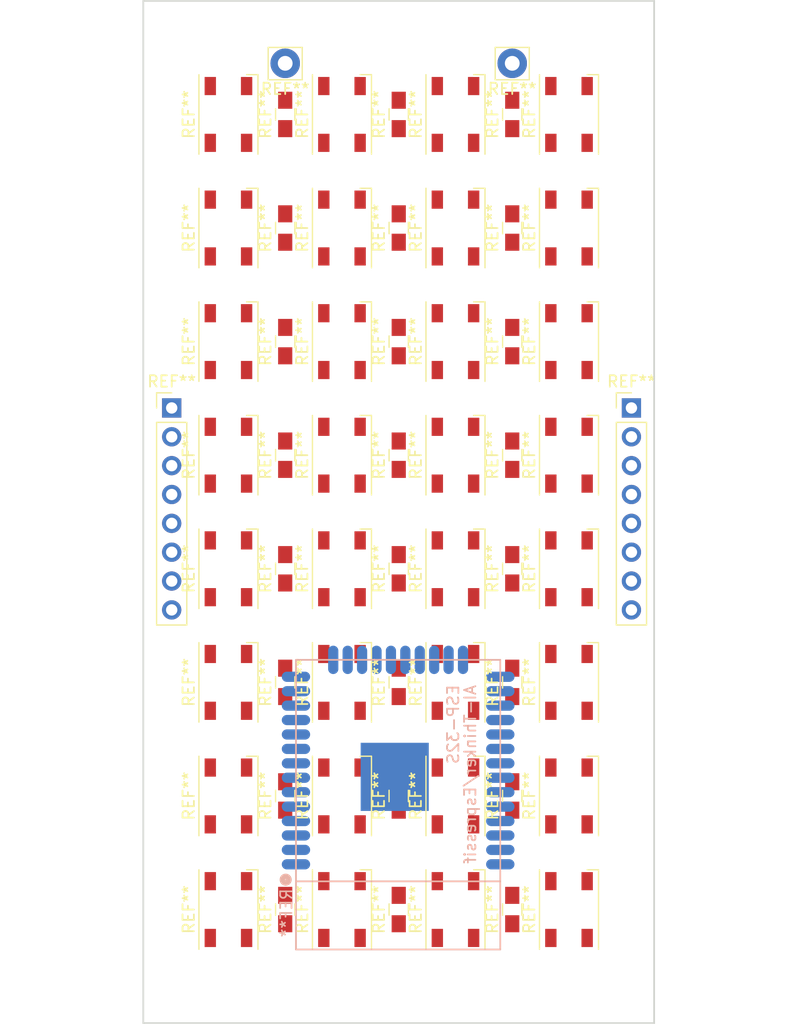
<source format=kicad_pcb>
(kicad_pcb (version 20171130) (host pcbnew 5.0.0)

  (general
    (thickness 1.6)
    (drawings 4)
    (tracks 0)
    (zones 0)
    (modules 61)
    (nets 1)
  )

  (page A4)
  (layers
    (0 F.Cu signal)
    (31 B.Cu signal)
    (32 B.Adhes user)
    (33 F.Adhes user)
    (34 B.Paste user)
    (35 F.Paste user)
    (36 B.SilkS user)
    (37 F.SilkS user)
    (38 B.Mask user)
    (39 F.Mask user)
    (40 Dwgs.User user)
    (41 Cmts.User user)
    (42 Eco1.User user)
    (43 Eco2.User user)
    (44 Edge.Cuts user)
    (45 Margin user)
    (46 B.CrtYd user)
    (47 F.CrtYd user)
    (48 B.Fab user)
    (49 F.Fab user)
  )

  (setup
    (last_trace_width 0.25)
    (trace_clearance 0.2)
    (zone_clearance 0.508)
    (zone_45_only no)
    (trace_min 0.2)
    (segment_width 0.2)
    (edge_width 0.15)
    (via_size 0.8)
    (via_drill 0.4)
    (via_min_size 0.4)
    (via_min_drill 0.3)
    (uvia_size 0.3)
    (uvia_drill 0.1)
    (uvias_allowed no)
    (uvia_min_size 0.2)
    (uvia_min_drill 0.1)
    (pcb_text_width 0.3)
    (pcb_text_size 1.5 1.5)
    (mod_edge_width 0.15)
    (mod_text_size 1 1)
    (mod_text_width 0.15)
    (pad_size 1.524 1.524)
    (pad_drill 0.762)
    (pad_to_mask_clearance 0.2)
    (aux_axis_origin 0 0)
    (grid_origin 95 90)
    (visible_elements FFFFFF7F)
    (pcbplotparams
      (layerselection 0x010fc_ffffffff)
      (usegerberextensions false)
      (usegerberattributes false)
      (usegerberadvancedattributes false)
      (creategerberjobfile false)
      (excludeedgelayer true)
      (linewidth 0.100000)
      (plotframeref false)
      (viasonmask false)
      (mode 1)
      (useauxorigin false)
      (hpglpennumber 1)
      (hpglpenspeed 20)
      (hpglpendiameter 15.000000)
      (psnegative false)
      (psa4output false)
      (plotreference true)
      (plotvalue true)
      (plotinvisibletext false)
      (padsonsilk false)
      (subtractmaskfromsilk false)
      (outputformat 1)
      (mirror false)
      (drillshape 1)
      (scaleselection 1)
      (outputdirectory ""))
  )

  (net 0 "")

  (net_class Default "This is the default net class."
    (clearance 0.2)
    (trace_width 0.25)
    (via_dia 0.8)
    (via_drill 0.4)
    (uvia_dia 0.3)
    (uvia_drill 0.1)
  )

  (module Connectors:Pin_d1.3mm_L11.3mm_W2.8mm_Flat (layer F.Cu) (tedit 59B3E075) (tstamp 5B89D8DA)
    (at 107.5 95.5)
    (descr "solder Pin_ with flat with hole, hole diameter 1.3mm, length 11.3mm, width 2.8mm")
    (tags "solder Pin_ with flat fork")
    (fp_text reference REF** (at 0 2.25) (layer F.SilkS)
      (effects (font (size 1 1) (thickness 0.15)))
    )
    (fp_text value Pin_d1.3mm_L11.3mm_W2.8mm_Flat (at 0 -2.05) (layer F.Fab)
      (effects (font (size 1 1) (thickness 0.15)))
    )
    (fp_line (start 1.9 1.8) (end -1.9 1.8) (layer F.CrtYd) (width 0.05))
    (fp_line (start 1.9 1.8) (end 1.9 -1.8) (layer F.CrtYd) (width 0.05))
    (fp_line (start -1.9 -1.8) (end -1.9 1.8) (layer F.CrtYd) (width 0.05))
    (fp_line (start -1.9 -1.8) (end 1.9 -1.8) (layer F.CrtYd) (width 0.05))
    (fp_line (start -1.4 0.25) (end -1.4 -0.25) (layer F.Fab) (width 0.12))
    (fp_line (start 1.4 -0.25) (end 1.4 0.25) (layer F.Fab) (width 0.12))
    (fp_line (start -1.5 1.45) (end 1.5 1.45) (layer F.SilkS) (width 0.12))
    (fp_line (start -1.5 -1.4) (end -1.5 1.45) (layer F.SilkS) (width 0.12))
    (fp_line (start 1.5 -1.4) (end 1.5 1.45) (layer F.SilkS) (width 0.12))
    (fp_line (start -1.5 -1.4) (end 1.5 -1.4) (layer F.SilkS) (width 0.12))
    (fp_line (start -1.4 -0.25) (end 1.4 -0.25) (layer F.Fab) (width 0.12))
    (fp_line (start 1.4 0.25) (end -1.4 0.25) (layer F.Fab) (width 0.12))
    (fp_text user %R (at 0 2.25) (layer F.Fab)
      (effects (font (size 1 1) (thickness 0.15)))
    )
    (pad 1 thru_hole circle (at 0 0) (size 2.6 2.6) (drill 1.3) (layers *.Cu *.Mask))
    (model ${KISYS3DMOD}/Connectors.3dshapes/Pin_d1.3mm_L11.3mm_W2.8mm_Flat.wrl
      (at (xyz 0 0 0))
      (scale (xyz 1 1 1))
      (rotate (xyz 0 0 0))
    )
  )

  (module Pin_Headers:Pin_Header_Straight_1x08_Pitch2.54mm (layer F.Cu) (tedit 59650532) (tstamp 5B89D769)
    (at 138 125.84)
    (descr "Through hole straight pin header, 1x08, 2.54mm pitch, single row")
    (tags "Through hole pin header THT 1x08 2.54mm single row")
    (fp_text reference REF** (at 0 -2.33) (layer F.SilkS)
      (effects (font (size 1 1) (thickness 0.15)))
    )
    (fp_text value Pin_Header_Straight_1x08_Pitch2.54mm (at 0 20.11) (layer F.Fab)
      (effects (font (size 1 1) (thickness 0.15)))
    )
    (fp_text user %R (at 0 8.89 90) (layer F.Fab)
      (effects (font (size 1 1) (thickness 0.15)))
    )
    (fp_line (start 1.8 -1.8) (end -1.8 -1.8) (layer F.CrtYd) (width 0.05))
    (fp_line (start 1.8 19.55) (end 1.8 -1.8) (layer F.CrtYd) (width 0.05))
    (fp_line (start -1.8 19.55) (end 1.8 19.55) (layer F.CrtYd) (width 0.05))
    (fp_line (start -1.8 -1.8) (end -1.8 19.55) (layer F.CrtYd) (width 0.05))
    (fp_line (start -1.33 -1.33) (end 0 -1.33) (layer F.SilkS) (width 0.12))
    (fp_line (start -1.33 0) (end -1.33 -1.33) (layer F.SilkS) (width 0.12))
    (fp_line (start -1.33 1.27) (end 1.33 1.27) (layer F.SilkS) (width 0.12))
    (fp_line (start 1.33 1.27) (end 1.33 19.11) (layer F.SilkS) (width 0.12))
    (fp_line (start -1.33 1.27) (end -1.33 19.11) (layer F.SilkS) (width 0.12))
    (fp_line (start -1.33 19.11) (end 1.33 19.11) (layer F.SilkS) (width 0.12))
    (fp_line (start -1.27 -0.635) (end -0.635 -1.27) (layer F.Fab) (width 0.1))
    (fp_line (start -1.27 19.05) (end -1.27 -0.635) (layer F.Fab) (width 0.1))
    (fp_line (start 1.27 19.05) (end -1.27 19.05) (layer F.Fab) (width 0.1))
    (fp_line (start 1.27 -1.27) (end 1.27 19.05) (layer F.Fab) (width 0.1))
    (fp_line (start -0.635 -1.27) (end 1.27 -1.27) (layer F.Fab) (width 0.1))
    (pad 8 thru_hole oval (at 0 17.78) (size 1.7 1.7) (drill 1) (layers *.Cu *.Mask))
    (pad 7 thru_hole oval (at 0 15.24) (size 1.7 1.7) (drill 1) (layers *.Cu *.Mask))
    (pad 6 thru_hole oval (at 0 12.7) (size 1.7 1.7) (drill 1) (layers *.Cu *.Mask))
    (pad 5 thru_hole oval (at 0 10.16) (size 1.7 1.7) (drill 1) (layers *.Cu *.Mask))
    (pad 4 thru_hole oval (at 0 7.62) (size 1.7 1.7) (drill 1) (layers *.Cu *.Mask))
    (pad 3 thru_hole oval (at 0 5.08) (size 1.7 1.7) (drill 1) (layers *.Cu *.Mask))
    (pad 2 thru_hole oval (at 0 2.54) (size 1.7 1.7) (drill 1) (layers *.Cu *.Mask))
    (pad 1 thru_hole rect (at 0 0) (size 1.7 1.7) (drill 1) (layers *.Cu *.Mask))
    (model ${KISYS3DMOD}/Pin_Headers.3dshapes/Pin_Header_Straight_1x08_Pitch2.54mm.wrl
      (at (xyz 0 0 0))
      (scale (xyz 1 1 1))
      (rotate (xyz 0 0 0))
    )
  )

  (module Capacitors_SMD:C_0805_HandSoldering (layer F.Cu) (tedit 58AA84A8) (tstamp 5B89D6B0)
    (at 117.5 170 90)
    (descr "Capacitor SMD 0805, hand soldering")
    (tags "capacitor 0805")
    (attr smd)
    (fp_text reference REF** (at 0 -1.75 90) (layer F.SilkS)
      (effects (font (size 1 1) (thickness 0.15)))
    )
    (fp_text value C_0805_HandSoldering (at 0 1.75 90) (layer F.Fab)
      (effects (font (size 1 1) (thickness 0.15)))
    )
    (fp_text user %R (at 0 -1.75 90) (layer F.Fab)
      (effects (font (size 1 1) (thickness 0.15)))
    )
    (fp_line (start -1 0.62) (end -1 -0.62) (layer F.Fab) (width 0.1))
    (fp_line (start 1 0.62) (end -1 0.62) (layer F.Fab) (width 0.1))
    (fp_line (start 1 -0.62) (end 1 0.62) (layer F.Fab) (width 0.1))
    (fp_line (start -1 -0.62) (end 1 -0.62) (layer F.Fab) (width 0.1))
    (fp_line (start 0.5 -0.85) (end -0.5 -0.85) (layer F.SilkS) (width 0.12))
    (fp_line (start -0.5 0.85) (end 0.5 0.85) (layer F.SilkS) (width 0.12))
    (fp_line (start -2.25 -0.88) (end 2.25 -0.88) (layer F.CrtYd) (width 0.05))
    (fp_line (start -2.25 -0.88) (end -2.25 0.87) (layer F.CrtYd) (width 0.05))
    (fp_line (start 2.25 0.87) (end 2.25 -0.88) (layer F.CrtYd) (width 0.05))
    (fp_line (start 2.25 0.87) (end -2.25 0.87) (layer F.CrtYd) (width 0.05))
    (pad 1 smd rect (at -1.25 0 90) (size 1.5 1.25) (layers F.Cu F.Paste F.Mask))
    (pad 2 smd rect (at 1.25 0 90) (size 1.5 1.25) (layers F.Cu F.Paste F.Mask))
    (model Capacitors_SMD.3dshapes/C_0805.wrl
      (at (xyz 0 0 0))
      (scale (xyz 1 1 1))
      (rotate (xyz 0 0 0))
    )
  )

  (module Capacitors_SMD:C_0805_HandSoldering (layer F.Cu) (tedit 58AA84A8) (tstamp 5B89D6A0)
    (at 127.5 170 90)
    (descr "Capacitor SMD 0805, hand soldering")
    (tags "capacitor 0805")
    (attr smd)
    (fp_text reference REF** (at 0 -1.75 90) (layer F.SilkS)
      (effects (font (size 1 1) (thickness 0.15)))
    )
    (fp_text value C_0805_HandSoldering (at 0 1.75 90) (layer F.Fab)
      (effects (font (size 1 1) (thickness 0.15)))
    )
    (fp_line (start 2.25 0.87) (end -2.25 0.87) (layer F.CrtYd) (width 0.05))
    (fp_line (start 2.25 0.87) (end 2.25 -0.88) (layer F.CrtYd) (width 0.05))
    (fp_line (start -2.25 -0.88) (end -2.25 0.87) (layer F.CrtYd) (width 0.05))
    (fp_line (start -2.25 -0.88) (end 2.25 -0.88) (layer F.CrtYd) (width 0.05))
    (fp_line (start -0.5 0.85) (end 0.5 0.85) (layer F.SilkS) (width 0.12))
    (fp_line (start 0.5 -0.85) (end -0.5 -0.85) (layer F.SilkS) (width 0.12))
    (fp_line (start -1 -0.62) (end 1 -0.62) (layer F.Fab) (width 0.1))
    (fp_line (start 1 -0.62) (end 1 0.62) (layer F.Fab) (width 0.1))
    (fp_line (start 1 0.62) (end -1 0.62) (layer F.Fab) (width 0.1))
    (fp_line (start -1 0.62) (end -1 -0.62) (layer F.Fab) (width 0.1))
    (fp_text user %R (at 0 -1.75 90) (layer F.Fab)
      (effects (font (size 1 1) (thickness 0.15)))
    )
    (pad 2 smd rect (at 1.25 0 90) (size 1.5 1.25) (layers F.Cu F.Paste F.Mask))
    (pad 1 smd rect (at -1.25 0 90) (size 1.5 1.25) (layers F.Cu F.Paste F.Mask))
    (model Capacitors_SMD.3dshapes/C_0805.wrl
      (at (xyz 0 0 0))
      (scale (xyz 1 1 1))
      (rotate (xyz 0 0 0))
    )
  )

  (module Capacitors_SMD:C_0805_HandSoldering (layer F.Cu) (tedit 58AA84A8) (tstamp 5B89D690)
    (at 107.5 170 90)
    (descr "Capacitor SMD 0805, hand soldering")
    (tags "capacitor 0805")
    (attr smd)
    (fp_text reference REF** (at 0 -1.75 90) (layer F.SilkS)
      (effects (font (size 1 1) (thickness 0.15)))
    )
    (fp_text value C_0805_HandSoldering (at 0 1.75 90) (layer F.Fab)
      (effects (font (size 1 1) (thickness 0.15)))
    )
    (fp_line (start 2.25 0.87) (end -2.25 0.87) (layer F.CrtYd) (width 0.05))
    (fp_line (start 2.25 0.87) (end 2.25 -0.88) (layer F.CrtYd) (width 0.05))
    (fp_line (start -2.25 -0.88) (end -2.25 0.87) (layer F.CrtYd) (width 0.05))
    (fp_line (start -2.25 -0.88) (end 2.25 -0.88) (layer F.CrtYd) (width 0.05))
    (fp_line (start -0.5 0.85) (end 0.5 0.85) (layer F.SilkS) (width 0.12))
    (fp_line (start 0.5 -0.85) (end -0.5 -0.85) (layer F.SilkS) (width 0.12))
    (fp_line (start -1 -0.62) (end 1 -0.62) (layer F.Fab) (width 0.1))
    (fp_line (start 1 -0.62) (end 1 0.62) (layer F.Fab) (width 0.1))
    (fp_line (start 1 0.62) (end -1 0.62) (layer F.Fab) (width 0.1))
    (fp_line (start -1 0.62) (end -1 -0.62) (layer F.Fab) (width 0.1))
    (fp_text user %R (at 0 -1.75 90) (layer F.Fab)
      (effects (font (size 1 1) (thickness 0.15)))
    )
    (pad 2 smd rect (at 1.25 0 90) (size 1.5 1.25) (layers F.Cu F.Paste F.Mask))
    (pad 1 smd rect (at -1.25 0 90) (size 1.5 1.25) (layers F.Cu F.Paste F.Mask))
    (model Capacitors_SMD.3dshapes/C_0805.wrl
      (at (xyz 0 0 0))
      (scale (xyz 1 1 1))
      (rotate (xyz 0 0 0))
    )
  )

  (module Capacitors_SMD:C_0805_HandSoldering (layer F.Cu) (tedit 58AA84A8) (tstamp 5B89D650)
    (at 117.5 160 90)
    (descr "Capacitor SMD 0805, hand soldering")
    (tags "capacitor 0805")
    (attr smd)
    (fp_text reference REF** (at 0 -1.75 90) (layer F.SilkS)
      (effects (font (size 1 1) (thickness 0.15)))
    )
    (fp_text value C_0805_HandSoldering (at 0 1.75 90) (layer F.Fab)
      (effects (font (size 1 1) (thickness 0.15)))
    )
    (fp_line (start 2.25 0.87) (end -2.25 0.87) (layer F.CrtYd) (width 0.05))
    (fp_line (start 2.25 0.87) (end 2.25 -0.88) (layer F.CrtYd) (width 0.05))
    (fp_line (start -2.25 -0.88) (end -2.25 0.87) (layer F.CrtYd) (width 0.05))
    (fp_line (start -2.25 -0.88) (end 2.25 -0.88) (layer F.CrtYd) (width 0.05))
    (fp_line (start -0.5 0.85) (end 0.5 0.85) (layer F.SilkS) (width 0.12))
    (fp_line (start 0.5 -0.85) (end -0.5 -0.85) (layer F.SilkS) (width 0.12))
    (fp_line (start -1 -0.62) (end 1 -0.62) (layer F.Fab) (width 0.1))
    (fp_line (start 1 -0.62) (end 1 0.62) (layer F.Fab) (width 0.1))
    (fp_line (start 1 0.62) (end -1 0.62) (layer F.Fab) (width 0.1))
    (fp_line (start -1 0.62) (end -1 -0.62) (layer F.Fab) (width 0.1))
    (fp_text user %R (at 0 -1.75 90) (layer F.Fab)
      (effects (font (size 1 1) (thickness 0.15)))
    )
    (pad 2 smd rect (at 1.25 0 90) (size 1.5 1.25) (layers F.Cu F.Paste F.Mask))
    (pad 1 smd rect (at -1.25 0 90) (size 1.5 1.25) (layers F.Cu F.Paste F.Mask))
    (model Capacitors_SMD.3dshapes/C_0805.wrl
      (at (xyz 0 0 0))
      (scale (xyz 1 1 1))
      (rotate (xyz 0 0 0))
    )
  )

  (module Capacitors_SMD:C_0805_HandSoldering (layer F.Cu) (tedit 58AA84A8) (tstamp 5B89D640)
    (at 107.5 160 90)
    (descr "Capacitor SMD 0805, hand soldering")
    (tags "capacitor 0805")
    (attr smd)
    (fp_text reference REF** (at 0 -1.75 90) (layer F.SilkS)
      (effects (font (size 1 1) (thickness 0.15)))
    )
    (fp_text value C_0805_HandSoldering (at 0 1.75 90) (layer F.Fab)
      (effects (font (size 1 1) (thickness 0.15)))
    )
    (fp_text user %R (at 0 -1.75 90) (layer F.Fab)
      (effects (font (size 1 1) (thickness 0.15)))
    )
    (fp_line (start -1 0.62) (end -1 -0.62) (layer F.Fab) (width 0.1))
    (fp_line (start 1 0.62) (end -1 0.62) (layer F.Fab) (width 0.1))
    (fp_line (start 1 -0.62) (end 1 0.62) (layer F.Fab) (width 0.1))
    (fp_line (start -1 -0.62) (end 1 -0.62) (layer F.Fab) (width 0.1))
    (fp_line (start 0.5 -0.85) (end -0.5 -0.85) (layer F.SilkS) (width 0.12))
    (fp_line (start -0.5 0.85) (end 0.5 0.85) (layer F.SilkS) (width 0.12))
    (fp_line (start -2.25 -0.88) (end 2.25 -0.88) (layer F.CrtYd) (width 0.05))
    (fp_line (start -2.25 -0.88) (end -2.25 0.87) (layer F.CrtYd) (width 0.05))
    (fp_line (start 2.25 0.87) (end 2.25 -0.88) (layer F.CrtYd) (width 0.05))
    (fp_line (start 2.25 0.87) (end -2.25 0.87) (layer F.CrtYd) (width 0.05))
    (pad 1 smd rect (at -1.25 0 90) (size 1.5 1.25) (layers F.Cu F.Paste F.Mask))
    (pad 2 smd rect (at 1.25 0 90) (size 1.5 1.25) (layers F.Cu F.Paste F.Mask))
    (model Capacitors_SMD.3dshapes/C_0805.wrl
      (at (xyz 0 0 0))
      (scale (xyz 1 1 1))
      (rotate (xyz 0 0 0))
    )
  )

  (module Capacitors_SMD:C_0805_HandSoldering (layer F.Cu) (tedit 58AA84A8) (tstamp 5B89D630)
    (at 127.5 160 90)
    (descr "Capacitor SMD 0805, hand soldering")
    (tags "capacitor 0805")
    (attr smd)
    (fp_text reference REF** (at 0 -1.75 90) (layer F.SilkS)
      (effects (font (size 1 1) (thickness 0.15)))
    )
    (fp_text value C_0805_HandSoldering (at 0 1.75 90) (layer F.Fab)
      (effects (font (size 1 1) (thickness 0.15)))
    )
    (fp_text user %R (at 0 -1.75 90) (layer F.Fab)
      (effects (font (size 1 1) (thickness 0.15)))
    )
    (fp_line (start -1 0.62) (end -1 -0.62) (layer F.Fab) (width 0.1))
    (fp_line (start 1 0.62) (end -1 0.62) (layer F.Fab) (width 0.1))
    (fp_line (start 1 -0.62) (end 1 0.62) (layer F.Fab) (width 0.1))
    (fp_line (start -1 -0.62) (end 1 -0.62) (layer F.Fab) (width 0.1))
    (fp_line (start 0.5 -0.85) (end -0.5 -0.85) (layer F.SilkS) (width 0.12))
    (fp_line (start -0.5 0.85) (end 0.5 0.85) (layer F.SilkS) (width 0.12))
    (fp_line (start -2.25 -0.88) (end 2.25 -0.88) (layer F.CrtYd) (width 0.05))
    (fp_line (start -2.25 -0.88) (end -2.25 0.87) (layer F.CrtYd) (width 0.05))
    (fp_line (start 2.25 0.87) (end 2.25 -0.88) (layer F.CrtYd) (width 0.05))
    (fp_line (start 2.25 0.87) (end -2.25 0.87) (layer F.CrtYd) (width 0.05))
    (pad 1 smd rect (at -1.25 0 90) (size 1.5 1.25) (layers F.Cu F.Paste F.Mask))
    (pad 2 smd rect (at 1.25 0 90) (size 1.5 1.25) (layers F.Cu F.Paste F.Mask))
    (model Capacitors_SMD.3dshapes/C_0805.wrl
      (at (xyz 0 0 0))
      (scale (xyz 1 1 1))
      (rotate (xyz 0 0 0))
    )
  )

  (module Capacitors_SMD:C_0805_HandSoldering (layer F.Cu) (tedit 58AA84A8) (tstamp 5B89D5F0)
    (at 127.5 150 90)
    (descr "Capacitor SMD 0805, hand soldering")
    (tags "capacitor 0805")
    (attr smd)
    (fp_text reference REF** (at 0 -1.75 90) (layer F.SilkS)
      (effects (font (size 1 1) (thickness 0.15)))
    )
    (fp_text value C_0805_HandSoldering (at 0 1.75 90) (layer F.Fab)
      (effects (font (size 1 1) (thickness 0.15)))
    )
    (fp_line (start 2.25 0.87) (end -2.25 0.87) (layer F.CrtYd) (width 0.05))
    (fp_line (start 2.25 0.87) (end 2.25 -0.88) (layer F.CrtYd) (width 0.05))
    (fp_line (start -2.25 -0.88) (end -2.25 0.87) (layer F.CrtYd) (width 0.05))
    (fp_line (start -2.25 -0.88) (end 2.25 -0.88) (layer F.CrtYd) (width 0.05))
    (fp_line (start -0.5 0.85) (end 0.5 0.85) (layer F.SilkS) (width 0.12))
    (fp_line (start 0.5 -0.85) (end -0.5 -0.85) (layer F.SilkS) (width 0.12))
    (fp_line (start -1 -0.62) (end 1 -0.62) (layer F.Fab) (width 0.1))
    (fp_line (start 1 -0.62) (end 1 0.62) (layer F.Fab) (width 0.1))
    (fp_line (start 1 0.62) (end -1 0.62) (layer F.Fab) (width 0.1))
    (fp_line (start -1 0.62) (end -1 -0.62) (layer F.Fab) (width 0.1))
    (fp_text user %R (at 0 -1.75 90) (layer F.Fab)
      (effects (font (size 1 1) (thickness 0.15)))
    )
    (pad 2 smd rect (at 1.25 0 90) (size 1.5 1.25) (layers F.Cu F.Paste F.Mask))
    (pad 1 smd rect (at -1.25 0 90) (size 1.5 1.25) (layers F.Cu F.Paste F.Mask))
    (model Capacitors_SMD.3dshapes/C_0805.wrl
      (at (xyz 0 0 0))
      (scale (xyz 1 1 1))
      (rotate (xyz 0 0 0))
    )
  )

  (module Capacitors_SMD:C_0805_HandSoldering (layer F.Cu) (tedit 58AA84A8) (tstamp 5B89D5E0)
    (at 117.5 150 90)
    (descr "Capacitor SMD 0805, hand soldering")
    (tags "capacitor 0805")
    (attr smd)
    (fp_text reference REF** (at 0 -1.75 90) (layer F.SilkS)
      (effects (font (size 1 1) (thickness 0.15)))
    )
    (fp_text value C_0805_HandSoldering (at 0 1.75 90) (layer F.Fab)
      (effects (font (size 1 1) (thickness 0.15)))
    )
    (fp_text user %R (at 0 -1.75 90) (layer F.Fab)
      (effects (font (size 1 1) (thickness 0.15)))
    )
    (fp_line (start -1 0.62) (end -1 -0.62) (layer F.Fab) (width 0.1))
    (fp_line (start 1 0.62) (end -1 0.62) (layer F.Fab) (width 0.1))
    (fp_line (start 1 -0.62) (end 1 0.62) (layer F.Fab) (width 0.1))
    (fp_line (start -1 -0.62) (end 1 -0.62) (layer F.Fab) (width 0.1))
    (fp_line (start 0.5 -0.85) (end -0.5 -0.85) (layer F.SilkS) (width 0.12))
    (fp_line (start -0.5 0.85) (end 0.5 0.85) (layer F.SilkS) (width 0.12))
    (fp_line (start -2.25 -0.88) (end 2.25 -0.88) (layer F.CrtYd) (width 0.05))
    (fp_line (start -2.25 -0.88) (end -2.25 0.87) (layer F.CrtYd) (width 0.05))
    (fp_line (start 2.25 0.87) (end 2.25 -0.88) (layer F.CrtYd) (width 0.05))
    (fp_line (start 2.25 0.87) (end -2.25 0.87) (layer F.CrtYd) (width 0.05))
    (pad 1 smd rect (at -1.25 0 90) (size 1.5 1.25) (layers F.Cu F.Paste F.Mask))
    (pad 2 smd rect (at 1.25 0 90) (size 1.5 1.25) (layers F.Cu F.Paste F.Mask))
    (model Capacitors_SMD.3dshapes/C_0805.wrl
      (at (xyz 0 0 0))
      (scale (xyz 1 1 1))
      (rotate (xyz 0 0 0))
    )
  )

  (module Capacitors_SMD:C_0805_HandSoldering (layer F.Cu) (tedit 58AA84A8) (tstamp 5B89D5D0)
    (at 107.5 150 90)
    (descr "Capacitor SMD 0805, hand soldering")
    (tags "capacitor 0805")
    (attr smd)
    (fp_text reference REF** (at 0 -1.75 90) (layer F.SilkS)
      (effects (font (size 1 1) (thickness 0.15)))
    )
    (fp_text value C_0805_HandSoldering (at 0 1.75 90) (layer F.Fab)
      (effects (font (size 1 1) (thickness 0.15)))
    )
    (fp_line (start 2.25 0.87) (end -2.25 0.87) (layer F.CrtYd) (width 0.05))
    (fp_line (start 2.25 0.87) (end 2.25 -0.88) (layer F.CrtYd) (width 0.05))
    (fp_line (start -2.25 -0.88) (end -2.25 0.87) (layer F.CrtYd) (width 0.05))
    (fp_line (start -2.25 -0.88) (end 2.25 -0.88) (layer F.CrtYd) (width 0.05))
    (fp_line (start -0.5 0.85) (end 0.5 0.85) (layer F.SilkS) (width 0.12))
    (fp_line (start 0.5 -0.85) (end -0.5 -0.85) (layer F.SilkS) (width 0.12))
    (fp_line (start -1 -0.62) (end 1 -0.62) (layer F.Fab) (width 0.1))
    (fp_line (start 1 -0.62) (end 1 0.62) (layer F.Fab) (width 0.1))
    (fp_line (start 1 0.62) (end -1 0.62) (layer F.Fab) (width 0.1))
    (fp_line (start -1 0.62) (end -1 -0.62) (layer F.Fab) (width 0.1))
    (fp_text user %R (at 0 -1.75 90) (layer F.Fab)
      (effects (font (size 1 1) (thickness 0.15)))
    )
    (pad 2 smd rect (at 1.25 0 90) (size 1.5 1.25) (layers F.Cu F.Paste F.Mask))
    (pad 1 smd rect (at -1.25 0 90) (size 1.5 1.25) (layers F.Cu F.Paste F.Mask))
    (model Capacitors_SMD.3dshapes/C_0805.wrl
      (at (xyz 0 0 0))
      (scale (xyz 1 1 1))
      (rotate (xyz 0 0 0))
    )
  )

  (module Capacitors_SMD:C_0805_HandSoldering (layer F.Cu) (tedit 58AA84A8) (tstamp 5B89D590)
    (at 107.5 140 90)
    (descr "Capacitor SMD 0805, hand soldering")
    (tags "capacitor 0805")
    (attr smd)
    (fp_text reference REF** (at 0 -1.75 90) (layer F.SilkS)
      (effects (font (size 1 1) (thickness 0.15)))
    )
    (fp_text value C_0805_HandSoldering (at 0 1.75 90) (layer F.Fab)
      (effects (font (size 1 1) (thickness 0.15)))
    )
    (fp_text user %R (at 0 -1.75 90) (layer F.Fab)
      (effects (font (size 1 1) (thickness 0.15)))
    )
    (fp_line (start -1 0.62) (end -1 -0.62) (layer F.Fab) (width 0.1))
    (fp_line (start 1 0.62) (end -1 0.62) (layer F.Fab) (width 0.1))
    (fp_line (start 1 -0.62) (end 1 0.62) (layer F.Fab) (width 0.1))
    (fp_line (start -1 -0.62) (end 1 -0.62) (layer F.Fab) (width 0.1))
    (fp_line (start 0.5 -0.85) (end -0.5 -0.85) (layer F.SilkS) (width 0.12))
    (fp_line (start -0.5 0.85) (end 0.5 0.85) (layer F.SilkS) (width 0.12))
    (fp_line (start -2.25 -0.88) (end 2.25 -0.88) (layer F.CrtYd) (width 0.05))
    (fp_line (start -2.25 -0.88) (end -2.25 0.87) (layer F.CrtYd) (width 0.05))
    (fp_line (start 2.25 0.87) (end 2.25 -0.88) (layer F.CrtYd) (width 0.05))
    (fp_line (start 2.25 0.87) (end -2.25 0.87) (layer F.CrtYd) (width 0.05))
    (pad 1 smd rect (at -1.25 0 90) (size 1.5 1.25) (layers F.Cu F.Paste F.Mask))
    (pad 2 smd rect (at 1.25 0 90) (size 1.5 1.25) (layers F.Cu F.Paste F.Mask))
    (model Capacitors_SMD.3dshapes/C_0805.wrl
      (at (xyz 0 0 0))
      (scale (xyz 1 1 1))
      (rotate (xyz 0 0 0))
    )
  )

  (module Capacitors_SMD:C_0805_HandSoldering (layer F.Cu) (tedit 58AA84A8) (tstamp 5B89D580)
    (at 117.5 140 90)
    (descr "Capacitor SMD 0805, hand soldering")
    (tags "capacitor 0805")
    (attr smd)
    (fp_text reference REF** (at 0 -1.75 90) (layer F.SilkS)
      (effects (font (size 1 1) (thickness 0.15)))
    )
    (fp_text value C_0805_HandSoldering (at 0 1.75 90) (layer F.Fab)
      (effects (font (size 1 1) (thickness 0.15)))
    )
    (fp_line (start 2.25 0.87) (end -2.25 0.87) (layer F.CrtYd) (width 0.05))
    (fp_line (start 2.25 0.87) (end 2.25 -0.88) (layer F.CrtYd) (width 0.05))
    (fp_line (start -2.25 -0.88) (end -2.25 0.87) (layer F.CrtYd) (width 0.05))
    (fp_line (start -2.25 -0.88) (end 2.25 -0.88) (layer F.CrtYd) (width 0.05))
    (fp_line (start -0.5 0.85) (end 0.5 0.85) (layer F.SilkS) (width 0.12))
    (fp_line (start 0.5 -0.85) (end -0.5 -0.85) (layer F.SilkS) (width 0.12))
    (fp_line (start -1 -0.62) (end 1 -0.62) (layer F.Fab) (width 0.1))
    (fp_line (start 1 -0.62) (end 1 0.62) (layer F.Fab) (width 0.1))
    (fp_line (start 1 0.62) (end -1 0.62) (layer F.Fab) (width 0.1))
    (fp_line (start -1 0.62) (end -1 -0.62) (layer F.Fab) (width 0.1))
    (fp_text user %R (at 0 -1.75 90) (layer F.Fab)
      (effects (font (size 1 1) (thickness 0.15)))
    )
    (pad 2 smd rect (at 1.25 0 90) (size 1.5 1.25) (layers F.Cu F.Paste F.Mask))
    (pad 1 smd rect (at -1.25 0 90) (size 1.5 1.25) (layers F.Cu F.Paste F.Mask))
    (model Capacitors_SMD.3dshapes/C_0805.wrl
      (at (xyz 0 0 0))
      (scale (xyz 1 1 1))
      (rotate (xyz 0 0 0))
    )
  )

  (module Capacitors_SMD:C_0805_HandSoldering (layer F.Cu) (tedit 58AA84A8) (tstamp 5B89D570)
    (at 127.5 140 90)
    (descr "Capacitor SMD 0805, hand soldering")
    (tags "capacitor 0805")
    (attr smd)
    (fp_text reference REF** (at 0 -1.75 90) (layer F.SilkS)
      (effects (font (size 1 1) (thickness 0.15)))
    )
    (fp_text value C_0805_HandSoldering (at 0 1.75 90) (layer F.Fab)
      (effects (font (size 1 1) (thickness 0.15)))
    )
    (fp_text user %R (at 0 -1.75 90) (layer F.Fab)
      (effects (font (size 1 1) (thickness 0.15)))
    )
    (fp_line (start -1 0.62) (end -1 -0.62) (layer F.Fab) (width 0.1))
    (fp_line (start 1 0.62) (end -1 0.62) (layer F.Fab) (width 0.1))
    (fp_line (start 1 -0.62) (end 1 0.62) (layer F.Fab) (width 0.1))
    (fp_line (start -1 -0.62) (end 1 -0.62) (layer F.Fab) (width 0.1))
    (fp_line (start 0.5 -0.85) (end -0.5 -0.85) (layer F.SilkS) (width 0.12))
    (fp_line (start -0.5 0.85) (end 0.5 0.85) (layer F.SilkS) (width 0.12))
    (fp_line (start -2.25 -0.88) (end 2.25 -0.88) (layer F.CrtYd) (width 0.05))
    (fp_line (start -2.25 -0.88) (end -2.25 0.87) (layer F.CrtYd) (width 0.05))
    (fp_line (start 2.25 0.87) (end 2.25 -0.88) (layer F.CrtYd) (width 0.05))
    (fp_line (start 2.25 0.87) (end -2.25 0.87) (layer F.CrtYd) (width 0.05))
    (pad 1 smd rect (at -1.25 0 90) (size 1.5 1.25) (layers F.Cu F.Paste F.Mask))
    (pad 2 smd rect (at 1.25 0 90) (size 1.5 1.25) (layers F.Cu F.Paste F.Mask))
    (model Capacitors_SMD.3dshapes/C_0805.wrl
      (at (xyz 0 0 0))
      (scale (xyz 1 1 1))
      (rotate (xyz 0 0 0))
    )
  )

  (module Capacitors_SMD:C_0805_HandSoldering (layer F.Cu) (tedit 58AA84A8) (tstamp 5B89D530)
    (at 117.5 100 90)
    (descr "Capacitor SMD 0805, hand soldering")
    (tags "capacitor 0805")
    (attr smd)
    (fp_text reference REF** (at 0 -1.75 90) (layer F.SilkS)
      (effects (font (size 1 1) (thickness 0.15)))
    )
    (fp_text value C_0805_HandSoldering (at 0 1.75 90) (layer F.Fab)
      (effects (font (size 1 1) (thickness 0.15)))
    )
    (fp_text user %R (at 0 -1.75 90) (layer F.Fab)
      (effects (font (size 1 1) (thickness 0.15)))
    )
    (fp_line (start -1 0.62) (end -1 -0.62) (layer F.Fab) (width 0.1))
    (fp_line (start 1 0.62) (end -1 0.62) (layer F.Fab) (width 0.1))
    (fp_line (start 1 -0.62) (end 1 0.62) (layer F.Fab) (width 0.1))
    (fp_line (start -1 -0.62) (end 1 -0.62) (layer F.Fab) (width 0.1))
    (fp_line (start 0.5 -0.85) (end -0.5 -0.85) (layer F.SilkS) (width 0.12))
    (fp_line (start -0.5 0.85) (end 0.5 0.85) (layer F.SilkS) (width 0.12))
    (fp_line (start -2.25 -0.88) (end 2.25 -0.88) (layer F.CrtYd) (width 0.05))
    (fp_line (start -2.25 -0.88) (end -2.25 0.87) (layer F.CrtYd) (width 0.05))
    (fp_line (start 2.25 0.87) (end 2.25 -0.88) (layer F.CrtYd) (width 0.05))
    (fp_line (start 2.25 0.87) (end -2.25 0.87) (layer F.CrtYd) (width 0.05))
    (pad 1 smd rect (at -1.25 0 90) (size 1.5 1.25) (layers F.Cu F.Paste F.Mask))
    (pad 2 smd rect (at 1.25 0 90) (size 1.5 1.25) (layers F.Cu F.Paste F.Mask))
    (model Capacitors_SMD.3dshapes/C_0805.wrl
      (at (xyz 0 0 0))
      (scale (xyz 1 1 1))
      (rotate (xyz 0 0 0))
    )
  )

  (module Capacitors_SMD:C_0805_HandSoldering (layer F.Cu) (tedit 58AA84A8) (tstamp 5B89D520)
    (at 107.5 100 90)
    (descr "Capacitor SMD 0805, hand soldering")
    (tags "capacitor 0805")
    (attr smd)
    (fp_text reference REF** (at 0 -1.75 90) (layer F.SilkS)
      (effects (font (size 1 1) (thickness 0.15)))
    )
    (fp_text value C_0805_HandSoldering (at 0 1.75 90) (layer F.Fab)
      (effects (font (size 1 1) (thickness 0.15)))
    )
    (fp_line (start 2.25 0.87) (end -2.25 0.87) (layer F.CrtYd) (width 0.05))
    (fp_line (start 2.25 0.87) (end 2.25 -0.88) (layer F.CrtYd) (width 0.05))
    (fp_line (start -2.25 -0.88) (end -2.25 0.87) (layer F.CrtYd) (width 0.05))
    (fp_line (start -2.25 -0.88) (end 2.25 -0.88) (layer F.CrtYd) (width 0.05))
    (fp_line (start -0.5 0.85) (end 0.5 0.85) (layer F.SilkS) (width 0.12))
    (fp_line (start 0.5 -0.85) (end -0.5 -0.85) (layer F.SilkS) (width 0.12))
    (fp_line (start -1 -0.62) (end 1 -0.62) (layer F.Fab) (width 0.1))
    (fp_line (start 1 -0.62) (end 1 0.62) (layer F.Fab) (width 0.1))
    (fp_line (start 1 0.62) (end -1 0.62) (layer F.Fab) (width 0.1))
    (fp_line (start -1 0.62) (end -1 -0.62) (layer F.Fab) (width 0.1))
    (fp_text user %R (at 0 -1.75 90) (layer F.Fab)
      (effects (font (size 1 1) (thickness 0.15)))
    )
    (pad 2 smd rect (at 1.25 0 90) (size 1.5 1.25) (layers F.Cu F.Paste F.Mask))
    (pad 1 smd rect (at -1.25 0 90) (size 1.5 1.25) (layers F.Cu F.Paste F.Mask))
    (model Capacitors_SMD.3dshapes/C_0805.wrl
      (at (xyz 0 0 0))
      (scale (xyz 1 1 1))
      (rotate (xyz 0 0 0))
    )
  )

  (module Capacitors_SMD:C_0805_HandSoldering (layer F.Cu) (tedit 58AA84A8) (tstamp 5B89D510)
    (at 127.5 100 90)
    (descr "Capacitor SMD 0805, hand soldering")
    (tags "capacitor 0805")
    (attr smd)
    (fp_text reference REF** (at 0 -1.75 90) (layer F.SilkS)
      (effects (font (size 1 1) (thickness 0.15)))
    )
    (fp_text value C_0805_HandSoldering (at 0 1.75 90) (layer F.Fab)
      (effects (font (size 1 1) (thickness 0.15)))
    )
    (fp_line (start 2.25 0.87) (end -2.25 0.87) (layer F.CrtYd) (width 0.05))
    (fp_line (start 2.25 0.87) (end 2.25 -0.88) (layer F.CrtYd) (width 0.05))
    (fp_line (start -2.25 -0.88) (end -2.25 0.87) (layer F.CrtYd) (width 0.05))
    (fp_line (start -2.25 -0.88) (end 2.25 -0.88) (layer F.CrtYd) (width 0.05))
    (fp_line (start -0.5 0.85) (end 0.5 0.85) (layer F.SilkS) (width 0.12))
    (fp_line (start 0.5 -0.85) (end -0.5 -0.85) (layer F.SilkS) (width 0.12))
    (fp_line (start -1 -0.62) (end 1 -0.62) (layer F.Fab) (width 0.1))
    (fp_line (start 1 -0.62) (end 1 0.62) (layer F.Fab) (width 0.1))
    (fp_line (start 1 0.62) (end -1 0.62) (layer F.Fab) (width 0.1))
    (fp_line (start -1 0.62) (end -1 -0.62) (layer F.Fab) (width 0.1))
    (fp_text user %R (at 0 -1.75 90) (layer F.Fab)
      (effects (font (size 1 1) (thickness 0.15)))
    )
    (pad 2 smd rect (at 1.25 0 90) (size 1.5 1.25) (layers F.Cu F.Paste F.Mask))
    (pad 1 smd rect (at -1.25 0 90) (size 1.5 1.25) (layers F.Cu F.Paste F.Mask))
    (model Capacitors_SMD.3dshapes/C_0805.wrl
      (at (xyz 0 0 0))
      (scale (xyz 1 1 1))
      (rotate (xyz 0 0 0))
    )
  )

  (module Capacitors_SMD:C_0805_HandSoldering (layer F.Cu) (tedit 58AA84A8) (tstamp 5B89D4D0)
    (at 117.5 110 90)
    (descr "Capacitor SMD 0805, hand soldering")
    (tags "capacitor 0805")
    (attr smd)
    (fp_text reference REF** (at 0 -1.75 90) (layer F.SilkS)
      (effects (font (size 1 1) (thickness 0.15)))
    )
    (fp_text value C_0805_HandSoldering (at 0 1.75 90) (layer F.Fab)
      (effects (font (size 1 1) (thickness 0.15)))
    )
    (fp_line (start 2.25 0.87) (end -2.25 0.87) (layer F.CrtYd) (width 0.05))
    (fp_line (start 2.25 0.87) (end 2.25 -0.88) (layer F.CrtYd) (width 0.05))
    (fp_line (start -2.25 -0.88) (end -2.25 0.87) (layer F.CrtYd) (width 0.05))
    (fp_line (start -2.25 -0.88) (end 2.25 -0.88) (layer F.CrtYd) (width 0.05))
    (fp_line (start -0.5 0.85) (end 0.5 0.85) (layer F.SilkS) (width 0.12))
    (fp_line (start 0.5 -0.85) (end -0.5 -0.85) (layer F.SilkS) (width 0.12))
    (fp_line (start -1 -0.62) (end 1 -0.62) (layer F.Fab) (width 0.1))
    (fp_line (start 1 -0.62) (end 1 0.62) (layer F.Fab) (width 0.1))
    (fp_line (start 1 0.62) (end -1 0.62) (layer F.Fab) (width 0.1))
    (fp_line (start -1 0.62) (end -1 -0.62) (layer F.Fab) (width 0.1))
    (fp_text user %R (at 0 -1.75 90) (layer F.Fab)
      (effects (font (size 1 1) (thickness 0.15)))
    )
    (pad 2 smd rect (at 1.25 0 90) (size 1.5 1.25) (layers F.Cu F.Paste F.Mask))
    (pad 1 smd rect (at -1.25 0 90) (size 1.5 1.25) (layers F.Cu F.Paste F.Mask))
    (model Capacitors_SMD.3dshapes/C_0805.wrl
      (at (xyz 0 0 0))
      (scale (xyz 1 1 1))
      (rotate (xyz 0 0 0))
    )
  )

  (module Capacitors_SMD:C_0805_HandSoldering (layer F.Cu) (tedit 58AA84A8) (tstamp 5B89D4C0)
    (at 107.5 110 90)
    (descr "Capacitor SMD 0805, hand soldering")
    (tags "capacitor 0805")
    (attr smd)
    (fp_text reference REF** (at 0 -1.75 90) (layer F.SilkS)
      (effects (font (size 1 1) (thickness 0.15)))
    )
    (fp_text value C_0805_HandSoldering (at 0 1.75 90) (layer F.Fab)
      (effects (font (size 1 1) (thickness 0.15)))
    )
    (fp_text user %R (at 0 -1.75 90) (layer F.Fab)
      (effects (font (size 1 1) (thickness 0.15)))
    )
    (fp_line (start -1 0.62) (end -1 -0.62) (layer F.Fab) (width 0.1))
    (fp_line (start 1 0.62) (end -1 0.62) (layer F.Fab) (width 0.1))
    (fp_line (start 1 -0.62) (end 1 0.62) (layer F.Fab) (width 0.1))
    (fp_line (start -1 -0.62) (end 1 -0.62) (layer F.Fab) (width 0.1))
    (fp_line (start 0.5 -0.85) (end -0.5 -0.85) (layer F.SilkS) (width 0.12))
    (fp_line (start -0.5 0.85) (end 0.5 0.85) (layer F.SilkS) (width 0.12))
    (fp_line (start -2.25 -0.88) (end 2.25 -0.88) (layer F.CrtYd) (width 0.05))
    (fp_line (start -2.25 -0.88) (end -2.25 0.87) (layer F.CrtYd) (width 0.05))
    (fp_line (start 2.25 0.87) (end 2.25 -0.88) (layer F.CrtYd) (width 0.05))
    (fp_line (start 2.25 0.87) (end -2.25 0.87) (layer F.CrtYd) (width 0.05))
    (pad 1 smd rect (at -1.25 0 90) (size 1.5 1.25) (layers F.Cu F.Paste F.Mask))
    (pad 2 smd rect (at 1.25 0 90) (size 1.5 1.25) (layers F.Cu F.Paste F.Mask))
    (model Capacitors_SMD.3dshapes/C_0805.wrl
      (at (xyz 0 0 0))
      (scale (xyz 1 1 1))
      (rotate (xyz 0 0 0))
    )
  )

  (module Capacitors_SMD:C_0805_HandSoldering (layer F.Cu) (tedit 58AA84A8) (tstamp 5B89D4B0)
    (at 127.5 110 90)
    (descr "Capacitor SMD 0805, hand soldering")
    (tags "capacitor 0805")
    (attr smd)
    (fp_text reference REF** (at 0 -1.75 90) (layer F.SilkS)
      (effects (font (size 1 1) (thickness 0.15)))
    )
    (fp_text value C_0805_HandSoldering (at 0 1.75 90) (layer F.Fab)
      (effects (font (size 1 1) (thickness 0.15)))
    )
    (fp_text user %R (at 0 -1.75 90) (layer F.Fab)
      (effects (font (size 1 1) (thickness 0.15)))
    )
    (fp_line (start -1 0.62) (end -1 -0.62) (layer F.Fab) (width 0.1))
    (fp_line (start 1 0.62) (end -1 0.62) (layer F.Fab) (width 0.1))
    (fp_line (start 1 -0.62) (end 1 0.62) (layer F.Fab) (width 0.1))
    (fp_line (start -1 -0.62) (end 1 -0.62) (layer F.Fab) (width 0.1))
    (fp_line (start 0.5 -0.85) (end -0.5 -0.85) (layer F.SilkS) (width 0.12))
    (fp_line (start -0.5 0.85) (end 0.5 0.85) (layer F.SilkS) (width 0.12))
    (fp_line (start -2.25 -0.88) (end 2.25 -0.88) (layer F.CrtYd) (width 0.05))
    (fp_line (start -2.25 -0.88) (end -2.25 0.87) (layer F.CrtYd) (width 0.05))
    (fp_line (start 2.25 0.87) (end 2.25 -0.88) (layer F.CrtYd) (width 0.05))
    (fp_line (start 2.25 0.87) (end -2.25 0.87) (layer F.CrtYd) (width 0.05))
    (pad 1 smd rect (at -1.25 0 90) (size 1.5 1.25) (layers F.Cu F.Paste F.Mask))
    (pad 2 smd rect (at 1.25 0 90) (size 1.5 1.25) (layers F.Cu F.Paste F.Mask))
    (model Capacitors_SMD.3dshapes/C_0805.wrl
      (at (xyz 0 0 0))
      (scale (xyz 1 1 1))
      (rotate (xyz 0 0 0))
    )
  )

  (module Capacitors_SMD:C_0805_HandSoldering (layer F.Cu) (tedit 58AA84A8) (tstamp 5B89D3CF)
    (at 127.5 120 90)
    (descr "Capacitor SMD 0805, hand soldering")
    (tags "capacitor 0805")
    (attr smd)
    (fp_text reference REF** (at 0 -1.75 90) (layer F.SilkS)
      (effects (font (size 1 1) (thickness 0.15)))
    )
    (fp_text value C_0805_HandSoldering (at 0 1.75 90) (layer F.Fab)
      (effects (font (size 1 1) (thickness 0.15)))
    )
    (fp_line (start 2.25 0.87) (end -2.25 0.87) (layer F.CrtYd) (width 0.05))
    (fp_line (start 2.25 0.87) (end 2.25 -0.88) (layer F.CrtYd) (width 0.05))
    (fp_line (start -2.25 -0.88) (end -2.25 0.87) (layer F.CrtYd) (width 0.05))
    (fp_line (start -2.25 -0.88) (end 2.25 -0.88) (layer F.CrtYd) (width 0.05))
    (fp_line (start -0.5 0.85) (end 0.5 0.85) (layer F.SilkS) (width 0.12))
    (fp_line (start 0.5 -0.85) (end -0.5 -0.85) (layer F.SilkS) (width 0.12))
    (fp_line (start -1 -0.62) (end 1 -0.62) (layer F.Fab) (width 0.1))
    (fp_line (start 1 -0.62) (end 1 0.62) (layer F.Fab) (width 0.1))
    (fp_line (start 1 0.62) (end -1 0.62) (layer F.Fab) (width 0.1))
    (fp_line (start -1 0.62) (end -1 -0.62) (layer F.Fab) (width 0.1))
    (fp_text user %R (at 0 -1.75 90) (layer F.Fab)
      (effects (font (size 1 1) (thickness 0.15)))
    )
    (pad 2 smd rect (at 1.25 0 90) (size 1.5 1.25) (layers F.Cu F.Paste F.Mask))
    (pad 1 smd rect (at -1.25 0 90) (size 1.5 1.25) (layers F.Cu F.Paste F.Mask))
    (model Capacitors_SMD.3dshapes/C_0805.wrl
      (at (xyz 0 0 0))
      (scale (xyz 1 1 1))
      (rotate (xyz 0 0 0))
    )
  )

  (module Capacitors_SMD:C_0805_HandSoldering (layer F.Cu) (tedit 58AA84A8) (tstamp 5B89D3AF)
    (at 117.5 120 90)
    (descr "Capacitor SMD 0805, hand soldering")
    (tags "capacitor 0805")
    (attr smd)
    (fp_text reference REF** (at 0 -1.75 90) (layer F.SilkS)
      (effects (font (size 1 1) (thickness 0.15)))
    )
    (fp_text value C_0805_HandSoldering (at 0 1.75 90) (layer F.Fab)
      (effects (font (size 1 1) (thickness 0.15)))
    )
    (fp_text user %R (at 0 -1.75 90) (layer F.Fab)
      (effects (font (size 1 1) (thickness 0.15)))
    )
    (fp_line (start -1 0.62) (end -1 -0.62) (layer F.Fab) (width 0.1))
    (fp_line (start 1 0.62) (end -1 0.62) (layer F.Fab) (width 0.1))
    (fp_line (start 1 -0.62) (end 1 0.62) (layer F.Fab) (width 0.1))
    (fp_line (start -1 -0.62) (end 1 -0.62) (layer F.Fab) (width 0.1))
    (fp_line (start 0.5 -0.85) (end -0.5 -0.85) (layer F.SilkS) (width 0.12))
    (fp_line (start -0.5 0.85) (end 0.5 0.85) (layer F.SilkS) (width 0.12))
    (fp_line (start -2.25 -0.88) (end 2.25 -0.88) (layer F.CrtYd) (width 0.05))
    (fp_line (start -2.25 -0.88) (end -2.25 0.87) (layer F.CrtYd) (width 0.05))
    (fp_line (start 2.25 0.87) (end 2.25 -0.88) (layer F.CrtYd) (width 0.05))
    (fp_line (start 2.25 0.87) (end -2.25 0.87) (layer F.CrtYd) (width 0.05))
    (pad 1 smd rect (at -1.25 0 90) (size 1.5 1.25) (layers F.Cu F.Paste F.Mask))
    (pad 2 smd rect (at 1.25 0 90) (size 1.5 1.25) (layers F.Cu F.Paste F.Mask))
    (model Capacitors_SMD.3dshapes/C_0805.wrl
      (at (xyz 0 0 0))
      (scale (xyz 1 1 1))
      (rotate (xyz 0 0 0))
    )
  )

  (module Capacitors_SMD:C_0805_HandSoldering (layer F.Cu) (tedit 58AA84A8) (tstamp 5B89D38F)
    (at 107.5 120 90)
    (descr "Capacitor SMD 0805, hand soldering")
    (tags "capacitor 0805")
    (attr smd)
    (fp_text reference REF** (at 0 -1.75 90) (layer F.SilkS)
      (effects (font (size 1 1) (thickness 0.15)))
    )
    (fp_text value C_0805_HandSoldering (at 0 1.75 90) (layer F.Fab)
      (effects (font (size 1 1) (thickness 0.15)))
    )
    (fp_line (start 2.25 0.87) (end -2.25 0.87) (layer F.CrtYd) (width 0.05))
    (fp_line (start 2.25 0.87) (end 2.25 -0.88) (layer F.CrtYd) (width 0.05))
    (fp_line (start -2.25 -0.88) (end -2.25 0.87) (layer F.CrtYd) (width 0.05))
    (fp_line (start -2.25 -0.88) (end 2.25 -0.88) (layer F.CrtYd) (width 0.05))
    (fp_line (start -0.5 0.85) (end 0.5 0.85) (layer F.SilkS) (width 0.12))
    (fp_line (start 0.5 -0.85) (end -0.5 -0.85) (layer F.SilkS) (width 0.12))
    (fp_line (start -1 -0.62) (end 1 -0.62) (layer F.Fab) (width 0.1))
    (fp_line (start 1 -0.62) (end 1 0.62) (layer F.Fab) (width 0.1))
    (fp_line (start 1 0.62) (end -1 0.62) (layer F.Fab) (width 0.1))
    (fp_line (start -1 0.62) (end -1 -0.62) (layer F.Fab) (width 0.1))
    (fp_text user %R (at 0 -1.75 90) (layer F.Fab)
      (effects (font (size 1 1) (thickness 0.15)))
    )
    (pad 2 smd rect (at 1.25 0 90) (size 1.5 1.25) (layers F.Cu F.Paste F.Mask))
    (pad 1 smd rect (at -1.25 0 90) (size 1.5 1.25) (layers F.Cu F.Paste F.Mask))
    (model Capacitors_SMD.3dshapes/C_0805.wrl
      (at (xyz 0 0 0))
      (scale (xyz 1 1 1))
      (rotate (xyz 0 0 0))
    )
  )

  (module Capacitors_SMD:C_0805_HandSoldering (layer F.Cu) (tedit 58AA84A8) (tstamp 5B89D36F)
    (at 107.5 130 90)
    (descr "Capacitor SMD 0805, hand soldering")
    (tags "capacitor 0805")
    (attr smd)
    (fp_text reference REF** (at 0 -1.75 90) (layer F.SilkS)
      (effects (font (size 1 1) (thickness 0.15)))
    )
    (fp_text value C_0805_HandSoldering (at 0 1.75 90) (layer F.Fab)
      (effects (font (size 1 1) (thickness 0.15)))
    )
    (fp_text user %R (at 0 -1.75 90) (layer F.Fab)
      (effects (font (size 1 1) (thickness 0.15)))
    )
    (fp_line (start -1 0.62) (end -1 -0.62) (layer F.Fab) (width 0.1))
    (fp_line (start 1 0.62) (end -1 0.62) (layer F.Fab) (width 0.1))
    (fp_line (start 1 -0.62) (end 1 0.62) (layer F.Fab) (width 0.1))
    (fp_line (start -1 -0.62) (end 1 -0.62) (layer F.Fab) (width 0.1))
    (fp_line (start 0.5 -0.85) (end -0.5 -0.85) (layer F.SilkS) (width 0.12))
    (fp_line (start -0.5 0.85) (end 0.5 0.85) (layer F.SilkS) (width 0.12))
    (fp_line (start -2.25 -0.88) (end 2.25 -0.88) (layer F.CrtYd) (width 0.05))
    (fp_line (start -2.25 -0.88) (end -2.25 0.87) (layer F.CrtYd) (width 0.05))
    (fp_line (start 2.25 0.87) (end 2.25 -0.88) (layer F.CrtYd) (width 0.05))
    (fp_line (start 2.25 0.87) (end -2.25 0.87) (layer F.CrtYd) (width 0.05))
    (pad 1 smd rect (at -1.25 0 90) (size 1.5 1.25) (layers F.Cu F.Paste F.Mask))
    (pad 2 smd rect (at 1.25 0 90) (size 1.5 1.25) (layers F.Cu F.Paste F.Mask))
    (model Capacitors_SMD.3dshapes/C_0805.wrl
      (at (xyz 0 0 0))
      (scale (xyz 1 1 1))
      (rotate (xyz 0 0 0))
    )
  )

  (module Capacitors_SMD:C_0805_HandSoldering (layer F.Cu) (tedit 58AA84A8) (tstamp 5B89D34F)
    (at 117.5 130 90)
    (descr "Capacitor SMD 0805, hand soldering")
    (tags "capacitor 0805")
    (attr smd)
    (fp_text reference REF** (at 0 -1.75 90) (layer F.SilkS)
      (effects (font (size 1 1) (thickness 0.15)))
    )
    (fp_text value C_0805_HandSoldering (at 0 1.75 90) (layer F.Fab)
      (effects (font (size 1 1) (thickness 0.15)))
    )
    (fp_line (start 2.25 0.87) (end -2.25 0.87) (layer F.CrtYd) (width 0.05))
    (fp_line (start 2.25 0.87) (end 2.25 -0.88) (layer F.CrtYd) (width 0.05))
    (fp_line (start -2.25 -0.88) (end -2.25 0.87) (layer F.CrtYd) (width 0.05))
    (fp_line (start -2.25 -0.88) (end 2.25 -0.88) (layer F.CrtYd) (width 0.05))
    (fp_line (start -0.5 0.85) (end 0.5 0.85) (layer F.SilkS) (width 0.12))
    (fp_line (start 0.5 -0.85) (end -0.5 -0.85) (layer F.SilkS) (width 0.12))
    (fp_line (start -1 -0.62) (end 1 -0.62) (layer F.Fab) (width 0.1))
    (fp_line (start 1 -0.62) (end 1 0.62) (layer F.Fab) (width 0.1))
    (fp_line (start 1 0.62) (end -1 0.62) (layer F.Fab) (width 0.1))
    (fp_line (start -1 0.62) (end -1 -0.62) (layer F.Fab) (width 0.1))
    (fp_text user %R (at 0 -1.75 90) (layer F.Fab)
      (effects (font (size 1 1) (thickness 0.15)))
    )
    (pad 2 smd rect (at 1.25 0 90) (size 1.5 1.25) (layers F.Cu F.Paste F.Mask))
    (pad 1 smd rect (at -1.25 0 90) (size 1.5 1.25) (layers F.Cu F.Paste F.Mask))
    (model Capacitors_SMD.3dshapes/C_0805.wrl
      (at (xyz 0 0 0))
      (scale (xyz 1 1 1))
      (rotate (xyz 0 0 0))
    )
  )

  (module LEDs:LED_WS2812B-PLCC4 (layer F.Cu) (tedit 587A6D9E) (tstamp 5B89D05E)
    (at 132.5 170 90)
    (descr http://www.world-semi.com/uploads/soft/150522/1-150522091P5.pdf)
    (tags "LED NeoPixel")
    (attr smd)
    (fp_text reference REF** (at 0 -3.5 90) (layer F.SilkS)
      (effects (font (size 1 1) (thickness 0.15)))
    )
    (fp_text value LED_WS2812B-PLCC4 (at 0 4 90) (layer F.Fab)
      (effects (font (size 1 1) (thickness 0.15)))
    )
    (fp_circle (center 0 0) (end 0 -2) (layer F.Fab) (width 0.1))
    (fp_line (start 3.5 2.6) (end 3.5 1.6) (layer F.SilkS) (width 0.12))
    (fp_line (start -3.5 2.6) (end 3.5 2.6) (layer F.SilkS) (width 0.12))
    (fp_line (start -3.5 -2.6) (end 3.5 -2.6) (layer F.SilkS) (width 0.12))
    (fp_line (start 2.5 -2.5) (end -2.5 -2.5) (layer F.Fab) (width 0.1))
    (fp_line (start 2.5 2.5) (end 2.5 -2.5) (layer F.Fab) (width 0.1))
    (fp_line (start -2.5 2.5) (end 2.5 2.5) (layer F.Fab) (width 0.1))
    (fp_line (start -2.5 -2.5) (end -2.5 2.5) (layer F.Fab) (width 0.1))
    (fp_line (start 2.5 1.5) (end 1.5 2.5) (layer F.Fab) (width 0.1))
    (fp_line (start -3.75 -2.85) (end -3.75 2.85) (layer F.CrtYd) (width 0.05))
    (fp_line (start -3.75 2.85) (end 3.75 2.85) (layer F.CrtYd) (width 0.05))
    (fp_line (start 3.75 2.85) (end 3.75 -2.85) (layer F.CrtYd) (width 0.05))
    (fp_line (start 3.75 -2.85) (end -3.75 -2.85) (layer F.CrtYd) (width 0.05))
    (pad 1 smd rect (at -2.5 -1.6 90) (size 1.6 1) (layers F.Cu F.Paste F.Mask))
    (pad 2 smd rect (at -2.5 1.6 90) (size 1.6 1) (layers F.Cu F.Paste F.Mask))
    (pad 4 smd rect (at 2.5 -1.6 90) (size 1.6 1) (layers F.Cu F.Paste F.Mask))
    (pad 3 smd rect (at 2.5 1.6 90) (size 1.6 1) (layers F.Cu F.Paste F.Mask))
    (model ${KISYS3DMOD}/LEDs.3dshapes/LED_WS2812B-PLCC4.wrl
      (at (xyz 0 0 0))
      (scale (xyz 0.39 0.39 0.39))
      (rotate (xyz 0 0 180))
    )
  )

  (module LEDs:LED_WS2812B-PLCC4 (layer F.Cu) (tedit 587A6D9E) (tstamp 5B89D04A)
    (at 122.5 170 90)
    (descr http://www.world-semi.com/uploads/soft/150522/1-150522091P5.pdf)
    (tags "LED NeoPixel")
    (attr smd)
    (fp_text reference REF** (at 0 -3.5 90) (layer F.SilkS)
      (effects (font (size 1 1) (thickness 0.15)))
    )
    (fp_text value LED_WS2812B-PLCC4 (at 0 4 90) (layer F.Fab)
      (effects (font (size 1 1) (thickness 0.15)))
    )
    (fp_line (start 3.75 -2.85) (end -3.75 -2.85) (layer F.CrtYd) (width 0.05))
    (fp_line (start 3.75 2.85) (end 3.75 -2.85) (layer F.CrtYd) (width 0.05))
    (fp_line (start -3.75 2.85) (end 3.75 2.85) (layer F.CrtYd) (width 0.05))
    (fp_line (start -3.75 -2.85) (end -3.75 2.85) (layer F.CrtYd) (width 0.05))
    (fp_line (start 2.5 1.5) (end 1.5 2.5) (layer F.Fab) (width 0.1))
    (fp_line (start -2.5 -2.5) (end -2.5 2.5) (layer F.Fab) (width 0.1))
    (fp_line (start -2.5 2.5) (end 2.5 2.5) (layer F.Fab) (width 0.1))
    (fp_line (start 2.5 2.5) (end 2.5 -2.5) (layer F.Fab) (width 0.1))
    (fp_line (start 2.5 -2.5) (end -2.5 -2.5) (layer F.Fab) (width 0.1))
    (fp_line (start -3.5 -2.6) (end 3.5 -2.6) (layer F.SilkS) (width 0.12))
    (fp_line (start -3.5 2.6) (end 3.5 2.6) (layer F.SilkS) (width 0.12))
    (fp_line (start 3.5 2.6) (end 3.5 1.6) (layer F.SilkS) (width 0.12))
    (fp_circle (center 0 0) (end 0 -2) (layer F.Fab) (width 0.1))
    (pad 3 smd rect (at 2.5 1.6 90) (size 1.6 1) (layers F.Cu F.Paste F.Mask))
    (pad 4 smd rect (at 2.5 -1.6 90) (size 1.6 1) (layers F.Cu F.Paste F.Mask))
    (pad 2 smd rect (at -2.5 1.6 90) (size 1.6 1) (layers F.Cu F.Paste F.Mask))
    (pad 1 smd rect (at -2.5 -1.6 90) (size 1.6 1) (layers F.Cu F.Paste F.Mask))
    (model ${KISYS3DMOD}/LEDs.3dshapes/LED_WS2812B-PLCC4.wrl
      (at (xyz 0 0 0))
      (scale (xyz 0.39 0.39 0.39))
      (rotate (xyz 0 0 180))
    )
  )

  (module LEDs:LED_WS2812B-PLCC4 (layer F.Cu) (tedit 587A6D9E) (tstamp 5B89D036)
    (at 102.5 170 90)
    (descr http://www.world-semi.com/uploads/soft/150522/1-150522091P5.pdf)
    (tags "LED NeoPixel")
    (attr smd)
    (fp_text reference REF** (at 0 -3.5 90) (layer F.SilkS)
      (effects (font (size 1 1) (thickness 0.15)))
    )
    (fp_text value LED_WS2812B-PLCC4 (at 0 4 90) (layer F.Fab)
      (effects (font (size 1 1) (thickness 0.15)))
    )
    (fp_line (start 3.75 -2.85) (end -3.75 -2.85) (layer F.CrtYd) (width 0.05))
    (fp_line (start 3.75 2.85) (end 3.75 -2.85) (layer F.CrtYd) (width 0.05))
    (fp_line (start -3.75 2.85) (end 3.75 2.85) (layer F.CrtYd) (width 0.05))
    (fp_line (start -3.75 -2.85) (end -3.75 2.85) (layer F.CrtYd) (width 0.05))
    (fp_line (start 2.5 1.5) (end 1.5 2.5) (layer F.Fab) (width 0.1))
    (fp_line (start -2.5 -2.5) (end -2.5 2.5) (layer F.Fab) (width 0.1))
    (fp_line (start -2.5 2.5) (end 2.5 2.5) (layer F.Fab) (width 0.1))
    (fp_line (start 2.5 2.5) (end 2.5 -2.5) (layer F.Fab) (width 0.1))
    (fp_line (start 2.5 -2.5) (end -2.5 -2.5) (layer F.Fab) (width 0.1))
    (fp_line (start -3.5 -2.6) (end 3.5 -2.6) (layer F.SilkS) (width 0.12))
    (fp_line (start -3.5 2.6) (end 3.5 2.6) (layer F.SilkS) (width 0.12))
    (fp_line (start 3.5 2.6) (end 3.5 1.6) (layer F.SilkS) (width 0.12))
    (fp_circle (center 0 0) (end 0 -2) (layer F.Fab) (width 0.1))
    (pad 3 smd rect (at 2.5 1.6 90) (size 1.6 1) (layers F.Cu F.Paste F.Mask))
    (pad 4 smd rect (at 2.5 -1.6 90) (size 1.6 1) (layers F.Cu F.Paste F.Mask))
    (pad 2 smd rect (at -2.5 1.6 90) (size 1.6 1) (layers F.Cu F.Paste F.Mask))
    (pad 1 smd rect (at -2.5 -1.6 90) (size 1.6 1) (layers F.Cu F.Paste F.Mask))
    (model ${KISYS3DMOD}/LEDs.3dshapes/LED_WS2812B-PLCC4.wrl
      (at (xyz 0 0 0))
      (scale (xyz 0.39 0.39 0.39))
      (rotate (xyz 0 0 180))
    )
  )

  (module LEDs:LED_WS2812B-PLCC4 (layer F.Cu) (tedit 587A6D9E) (tstamp 5B89D022)
    (at 112.5 170 90)
    (descr http://www.world-semi.com/uploads/soft/150522/1-150522091P5.pdf)
    (tags "LED NeoPixel")
    (attr smd)
    (fp_text reference REF** (at 0 -3.5 90) (layer F.SilkS)
      (effects (font (size 1 1) (thickness 0.15)))
    )
    (fp_text value LED_WS2812B-PLCC4 (at 0 4 90) (layer F.Fab)
      (effects (font (size 1 1) (thickness 0.15)))
    )
    (fp_circle (center 0 0) (end 0 -2) (layer F.Fab) (width 0.1))
    (fp_line (start 3.5 2.6) (end 3.5 1.6) (layer F.SilkS) (width 0.12))
    (fp_line (start -3.5 2.6) (end 3.5 2.6) (layer F.SilkS) (width 0.12))
    (fp_line (start -3.5 -2.6) (end 3.5 -2.6) (layer F.SilkS) (width 0.12))
    (fp_line (start 2.5 -2.5) (end -2.5 -2.5) (layer F.Fab) (width 0.1))
    (fp_line (start 2.5 2.5) (end 2.5 -2.5) (layer F.Fab) (width 0.1))
    (fp_line (start -2.5 2.5) (end 2.5 2.5) (layer F.Fab) (width 0.1))
    (fp_line (start -2.5 -2.5) (end -2.5 2.5) (layer F.Fab) (width 0.1))
    (fp_line (start 2.5 1.5) (end 1.5 2.5) (layer F.Fab) (width 0.1))
    (fp_line (start -3.75 -2.85) (end -3.75 2.85) (layer F.CrtYd) (width 0.05))
    (fp_line (start -3.75 2.85) (end 3.75 2.85) (layer F.CrtYd) (width 0.05))
    (fp_line (start 3.75 2.85) (end 3.75 -2.85) (layer F.CrtYd) (width 0.05))
    (fp_line (start 3.75 -2.85) (end -3.75 -2.85) (layer F.CrtYd) (width 0.05))
    (pad 1 smd rect (at -2.5 -1.6 90) (size 1.6 1) (layers F.Cu F.Paste F.Mask))
    (pad 2 smd rect (at -2.5 1.6 90) (size 1.6 1) (layers F.Cu F.Paste F.Mask))
    (pad 4 smd rect (at 2.5 -1.6 90) (size 1.6 1) (layers F.Cu F.Paste F.Mask))
    (pad 3 smd rect (at 2.5 1.6 90) (size 1.6 1) (layers F.Cu F.Paste F.Mask))
    (model ${KISYS3DMOD}/LEDs.3dshapes/LED_WS2812B-PLCC4.wrl
      (at (xyz 0 0 0))
      (scale (xyz 0.39 0.39 0.39))
      (rotate (xyz 0 0 180))
    )
  )

  (module LEDs:LED_WS2812B-PLCC4 (layer F.Cu) (tedit 587A6D9E) (tstamp 5B89CFBE)
    (at 122.5 160 90)
    (descr http://www.world-semi.com/uploads/soft/150522/1-150522091P5.pdf)
    (tags "LED NeoPixel")
    (attr smd)
    (fp_text reference REF** (at 0 -3.5 90) (layer F.SilkS)
      (effects (font (size 1 1) (thickness 0.15)))
    )
    (fp_text value LED_WS2812B-PLCC4 (at 0 4 90) (layer F.Fab)
      (effects (font (size 1 1) (thickness 0.15)))
    )
    (fp_circle (center 0 0) (end 0 -2) (layer F.Fab) (width 0.1))
    (fp_line (start 3.5 2.6) (end 3.5 1.6) (layer F.SilkS) (width 0.12))
    (fp_line (start -3.5 2.6) (end 3.5 2.6) (layer F.SilkS) (width 0.12))
    (fp_line (start -3.5 -2.6) (end 3.5 -2.6) (layer F.SilkS) (width 0.12))
    (fp_line (start 2.5 -2.5) (end -2.5 -2.5) (layer F.Fab) (width 0.1))
    (fp_line (start 2.5 2.5) (end 2.5 -2.5) (layer F.Fab) (width 0.1))
    (fp_line (start -2.5 2.5) (end 2.5 2.5) (layer F.Fab) (width 0.1))
    (fp_line (start -2.5 -2.5) (end -2.5 2.5) (layer F.Fab) (width 0.1))
    (fp_line (start 2.5 1.5) (end 1.5 2.5) (layer F.Fab) (width 0.1))
    (fp_line (start -3.75 -2.85) (end -3.75 2.85) (layer F.CrtYd) (width 0.05))
    (fp_line (start -3.75 2.85) (end 3.75 2.85) (layer F.CrtYd) (width 0.05))
    (fp_line (start 3.75 2.85) (end 3.75 -2.85) (layer F.CrtYd) (width 0.05))
    (fp_line (start 3.75 -2.85) (end -3.75 -2.85) (layer F.CrtYd) (width 0.05))
    (pad 1 smd rect (at -2.5 -1.6 90) (size 1.6 1) (layers F.Cu F.Paste F.Mask))
    (pad 2 smd rect (at -2.5 1.6 90) (size 1.6 1) (layers F.Cu F.Paste F.Mask))
    (pad 4 smd rect (at 2.5 -1.6 90) (size 1.6 1) (layers F.Cu F.Paste F.Mask))
    (pad 3 smd rect (at 2.5 1.6 90) (size 1.6 1) (layers F.Cu F.Paste F.Mask))
    (model ${KISYS3DMOD}/LEDs.3dshapes/LED_WS2812B-PLCC4.wrl
      (at (xyz 0 0 0))
      (scale (xyz 0.39 0.39 0.39))
      (rotate (xyz 0 0 180))
    )
  )

  (module LEDs:LED_WS2812B-PLCC4 (layer F.Cu) (tedit 587A6D9E) (tstamp 5B89CFAA)
    (at 102.5 160 90)
    (descr http://www.world-semi.com/uploads/soft/150522/1-150522091P5.pdf)
    (tags "LED NeoPixel")
    (attr smd)
    (fp_text reference REF** (at 0 -3.5 90) (layer F.SilkS)
      (effects (font (size 1 1) (thickness 0.15)))
    )
    (fp_text value LED_WS2812B-PLCC4 (at 0 4 90) (layer F.Fab)
      (effects (font (size 1 1) (thickness 0.15)))
    )
    (fp_circle (center 0 0) (end 0 -2) (layer F.Fab) (width 0.1))
    (fp_line (start 3.5 2.6) (end 3.5 1.6) (layer F.SilkS) (width 0.12))
    (fp_line (start -3.5 2.6) (end 3.5 2.6) (layer F.SilkS) (width 0.12))
    (fp_line (start -3.5 -2.6) (end 3.5 -2.6) (layer F.SilkS) (width 0.12))
    (fp_line (start 2.5 -2.5) (end -2.5 -2.5) (layer F.Fab) (width 0.1))
    (fp_line (start 2.5 2.5) (end 2.5 -2.5) (layer F.Fab) (width 0.1))
    (fp_line (start -2.5 2.5) (end 2.5 2.5) (layer F.Fab) (width 0.1))
    (fp_line (start -2.5 -2.5) (end -2.5 2.5) (layer F.Fab) (width 0.1))
    (fp_line (start 2.5 1.5) (end 1.5 2.5) (layer F.Fab) (width 0.1))
    (fp_line (start -3.75 -2.85) (end -3.75 2.85) (layer F.CrtYd) (width 0.05))
    (fp_line (start -3.75 2.85) (end 3.75 2.85) (layer F.CrtYd) (width 0.05))
    (fp_line (start 3.75 2.85) (end 3.75 -2.85) (layer F.CrtYd) (width 0.05))
    (fp_line (start 3.75 -2.85) (end -3.75 -2.85) (layer F.CrtYd) (width 0.05))
    (pad 1 smd rect (at -2.5 -1.6 90) (size 1.6 1) (layers F.Cu F.Paste F.Mask))
    (pad 2 smd rect (at -2.5 1.6 90) (size 1.6 1) (layers F.Cu F.Paste F.Mask))
    (pad 4 smd rect (at 2.5 -1.6 90) (size 1.6 1) (layers F.Cu F.Paste F.Mask))
    (pad 3 smd rect (at 2.5 1.6 90) (size 1.6 1) (layers F.Cu F.Paste F.Mask))
    (model ${KISYS3DMOD}/LEDs.3dshapes/LED_WS2812B-PLCC4.wrl
      (at (xyz 0 0 0))
      (scale (xyz 0.39 0.39 0.39))
      (rotate (xyz 0 0 180))
    )
  )

  (module LEDs:LED_WS2812B-PLCC4 (layer F.Cu) (tedit 587A6D9E) (tstamp 5B89CF96)
    (at 112.5 160 90)
    (descr http://www.world-semi.com/uploads/soft/150522/1-150522091P5.pdf)
    (tags "LED NeoPixel")
    (attr smd)
    (fp_text reference REF** (at 0 -3.5 90) (layer F.SilkS)
      (effects (font (size 1 1) (thickness 0.15)))
    )
    (fp_text value LED_WS2812B-PLCC4 (at 0 4 90) (layer F.Fab)
      (effects (font (size 1 1) (thickness 0.15)))
    )
    (fp_line (start 3.75 -2.85) (end -3.75 -2.85) (layer F.CrtYd) (width 0.05))
    (fp_line (start 3.75 2.85) (end 3.75 -2.85) (layer F.CrtYd) (width 0.05))
    (fp_line (start -3.75 2.85) (end 3.75 2.85) (layer F.CrtYd) (width 0.05))
    (fp_line (start -3.75 -2.85) (end -3.75 2.85) (layer F.CrtYd) (width 0.05))
    (fp_line (start 2.5 1.5) (end 1.5 2.5) (layer F.Fab) (width 0.1))
    (fp_line (start -2.5 -2.5) (end -2.5 2.5) (layer F.Fab) (width 0.1))
    (fp_line (start -2.5 2.5) (end 2.5 2.5) (layer F.Fab) (width 0.1))
    (fp_line (start 2.5 2.5) (end 2.5 -2.5) (layer F.Fab) (width 0.1))
    (fp_line (start 2.5 -2.5) (end -2.5 -2.5) (layer F.Fab) (width 0.1))
    (fp_line (start -3.5 -2.6) (end 3.5 -2.6) (layer F.SilkS) (width 0.12))
    (fp_line (start -3.5 2.6) (end 3.5 2.6) (layer F.SilkS) (width 0.12))
    (fp_line (start 3.5 2.6) (end 3.5 1.6) (layer F.SilkS) (width 0.12))
    (fp_circle (center 0 0) (end 0 -2) (layer F.Fab) (width 0.1))
    (pad 3 smd rect (at 2.5 1.6 90) (size 1.6 1) (layers F.Cu F.Paste F.Mask))
    (pad 4 smd rect (at 2.5 -1.6 90) (size 1.6 1) (layers F.Cu F.Paste F.Mask))
    (pad 2 smd rect (at -2.5 1.6 90) (size 1.6 1) (layers F.Cu F.Paste F.Mask))
    (pad 1 smd rect (at -2.5 -1.6 90) (size 1.6 1) (layers F.Cu F.Paste F.Mask))
    (model ${KISYS3DMOD}/LEDs.3dshapes/LED_WS2812B-PLCC4.wrl
      (at (xyz 0 0 0))
      (scale (xyz 0.39 0.39 0.39))
      (rotate (xyz 0 0 180))
    )
  )

  (module LEDs:LED_WS2812B-PLCC4 (layer F.Cu) (tedit 587A6D9E) (tstamp 5B89CF82)
    (at 132.5 160 90)
    (descr http://www.world-semi.com/uploads/soft/150522/1-150522091P5.pdf)
    (tags "LED NeoPixel")
    (attr smd)
    (fp_text reference REF** (at 0 -3.5 90) (layer F.SilkS)
      (effects (font (size 1 1) (thickness 0.15)))
    )
    (fp_text value LED_WS2812B-PLCC4 (at 0 4 90) (layer F.Fab)
      (effects (font (size 1 1) (thickness 0.15)))
    )
    (fp_line (start 3.75 -2.85) (end -3.75 -2.85) (layer F.CrtYd) (width 0.05))
    (fp_line (start 3.75 2.85) (end 3.75 -2.85) (layer F.CrtYd) (width 0.05))
    (fp_line (start -3.75 2.85) (end 3.75 2.85) (layer F.CrtYd) (width 0.05))
    (fp_line (start -3.75 -2.85) (end -3.75 2.85) (layer F.CrtYd) (width 0.05))
    (fp_line (start 2.5 1.5) (end 1.5 2.5) (layer F.Fab) (width 0.1))
    (fp_line (start -2.5 -2.5) (end -2.5 2.5) (layer F.Fab) (width 0.1))
    (fp_line (start -2.5 2.5) (end 2.5 2.5) (layer F.Fab) (width 0.1))
    (fp_line (start 2.5 2.5) (end 2.5 -2.5) (layer F.Fab) (width 0.1))
    (fp_line (start 2.5 -2.5) (end -2.5 -2.5) (layer F.Fab) (width 0.1))
    (fp_line (start -3.5 -2.6) (end 3.5 -2.6) (layer F.SilkS) (width 0.12))
    (fp_line (start -3.5 2.6) (end 3.5 2.6) (layer F.SilkS) (width 0.12))
    (fp_line (start 3.5 2.6) (end 3.5 1.6) (layer F.SilkS) (width 0.12))
    (fp_circle (center 0 0) (end 0 -2) (layer F.Fab) (width 0.1))
    (pad 3 smd rect (at 2.5 1.6 90) (size 1.6 1) (layers F.Cu F.Paste F.Mask))
    (pad 4 smd rect (at 2.5 -1.6 90) (size 1.6 1) (layers F.Cu F.Paste F.Mask))
    (pad 2 smd rect (at -2.5 1.6 90) (size 1.6 1) (layers F.Cu F.Paste F.Mask))
    (pad 1 smd rect (at -2.5 -1.6 90) (size 1.6 1) (layers F.Cu F.Paste F.Mask))
    (model ${KISYS3DMOD}/LEDs.3dshapes/LED_WS2812B-PLCC4.wrl
      (at (xyz 0 0 0))
      (scale (xyz 0.39 0.39 0.39))
      (rotate (xyz 0 0 180))
    )
  )

  (module LEDs:LED_WS2812B-PLCC4 (layer F.Cu) (tedit 587A6D9E) (tstamp 5B89CF1E)
    (at 122.5 150 90)
    (descr http://www.world-semi.com/uploads/soft/150522/1-150522091P5.pdf)
    (tags "LED NeoPixel")
    (attr smd)
    (fp_text reference REF** (at 0 -3.5 90) (layer F.SilkS)
      (effects (font (size 1 1) (thickness 0.15)))
    )
    (fp_text value LED_WS2812B-PLCC4 (at 0 4 90) (layer F.Fab)
      (effects (font (size 1 1) (thickness 0.15)))
    )
    (fp_line (start 3.75 -2.85) (end -3.75 -2.85) (layer F.CrtYd) (width 0.05))
    (fp_line (start 3.75 2.85) (end 3.75 -2.85) (layer F.CrtYd) (width 0.05))
    (fp_line (start -3.75 2.85) (end 3.75 2.85) (layer F.CrtYd) (width 0.05))
    (fp_line (start -3.75 -2.85) (end -3.75 2.85) (layer F.CrtYd) (width 0.05))
    (fp_line (start 2.5 1.5) (end 1.5 2.5) (layer F.Fab) (width 0.1))
    (fp_line (start -2.5 -2.5) (end -2.5 2.5) (layer F.Fab) (width 0.1))
    (fp_line (start -2.5 2.5) (end 2.5 2.5) (layer F.Fab) (width 0.1))
    (fp_line (start 2.5 2.5) (end 2.5 -2.5) (layer F.Fab) (width 0.1))
    (fp_line (start 2.5 -2.5) (end -2.5 -2.5) (layer F.Fab) (width 0.1))
    (fp_line (start -3.5 -2.6) (end 3.5 -2.6) (layer F.SilkS) (width 0.12))
    (fp_line (start -3.5 2.6) (end 3.5 2.6) (layer F.SilkS) (width 0.12))
    (fp_line (start 3.5 2.6) (end 3.5 1.6) (layer F.SilkS) (width 0.12))
    (fp_circle (center 0 0) (end 0 -2) (layer F.Fab) (width 0.1))
    (pad 3 smd rect (at 2.5 1.6 90) (size 1.6 1) (layers F.Cu F.Paste F.Mask))
    (pad 4 smd rect (at 2.5 -1.6 90) (size 1.6 1) (layers F.Cu F.Paste F.Mask))
    (pad 2 smd rect (at -2.5 1.6 90) (size 1.6 1) (layers F.Cu F.Paste F.Mask))
    (pad 1 smd rect (at -2.5 -1.6 90) (size 1.6 1) (layers F.Cu F.Paste F.Mask))
    (model ${KISYS3DMOD}/LEDs.3dshapes/LED_WS2812B-PLCC4.wrl
      (at (xyz 0 0 0))
      (scale (xyz 0.39 0.39 0.39))
      (rotate (xyz 0 0 180))
    )
  )

  (module LEDs:LED_WS2812B-PLCC4 (layer F.Cu) (tedit 587A6D9E) (tstamp 5B89CF0A)
    (at 102.5 150 90)
    (descr http://www.world-semi.com/uploads/soft/150522/1-150522091P5.pdf)
    (tags "LED NeoPixel")
    (attr smd)
    (fp_text reference REF** (at 0 -3.5 90) (layer F.SilkS)
      (effects (font (size 1 1) (thickness 0.15)))
    )
    (fp_text value LED_WS2812B-PLCC4 (at 0 4 90) (layer F.Fab)
      (effects (font (size 1 1) (thickness 0.15)))
    )
    (fp_line (start 3.75 -2.85) (end -3.75 -2.85) (layer F.CrtYd) (width 0.05))
    (fp_line (start 3.75 2.85) (end 3.75 -2.85) (layer F.CrtYd) (width 0.05))
    (fp_line (start -3.75 2.85) (end 3.75 2.85) (layer F.CrtYd) (width 0.05))
    (fp_line (start -3.75 -2.85) (end -3.75 2.85) (layer F.CrtYd) (width 0.05))
    (fp_line (start 2.5 1.5) (end 1.5 2.5) (layer F.Fab) (width 0.1))
    (fp_line (start -2.5 -2.5) (end -2.5 2.5) (layer F.Fab) (width 0.1))
    (fp_line (start -2.5 2.5) (end 2.5 2.5) (layer F.Fab) (width 0.1))
    (fp_line (start 2.5 2.5) (end 2.5 -2.5) (layer F.Fab) (width 0.1))
    (fp_line (start 2.5 -2.5) (end -2.5 -2.5) (layer F.Fab) (width 0.1))
    (fp_line (start -3.5 -2.6) (end 3.5 -2.6) (layer F.SilkS) (width 0.12))
    (fp_line (start -3.5 2.6) (end 3.5 2.6) (layer F.SilkS) (width 0.12))
    (fp_line (start 3.5 2.6) (end 3.5 1.6) (layer F.SilkS) (width 0.12))
    (fp_circle (center 0 0) (end 0 -2) (layer F.Fab) (width 0.1))
    (pad 3 smd rect (at 2.5 1.6 90) (size 1.6 1) (layers F.Cu F.Paste F.Mask))
    (pad 4 smd rect (at 2.5 -1.6 90) (size 1.6 1) (layers F.Cu F.Paste F.Mask))
    (pad 2 smd rect (at -2.5 1.6 90) (size 1.6 1) (layers F.Cu F.Paste F.Mask))
    (pad 1 smd rect (at -2.5 -1.6 90) (size 1.6 1) (layers F.Cu F.Paste F.Mask))
    (model ${KISYS3DMOD}/LEDs.3dshapes/LED_WS2812B-PLCC4.wrl
      (at (xyz 0 0 0))
      (scale (xyz 0.39 0.39 0.39))
      (rotate (xyz 0 0 180))
    )
  )

  (module LEDs:LED_WS2812B-PLCC4 (layer F.Cu) (tedit 587A6D9E) (tstamp 5B89CEF6)
    (at 112.5 150 90)
    (descr http://www.world-semi.com/uploads/soft/150522/1-150522091P5.pdf)
    (tags "LED NeoPixel")
    (attr smd)
    (fp_text reference REF** (at 0 -3.5 90) (layer F.SilkS)
      (effects (font (size 1 1) (thickness 0.15)))
    )
    (fp_text value LED_WS2812B-PLCC4 (at 0 4 90) (layer F.Fab)
      (effects (font (size 1 1) (thickness 0.15)))
    )
    (fp_circle (center 0 0) (end 0 -2) (layer F.Fab) (width 0.1))
    (fp_line (start 3.5 2.6) (end 3.5 1.6) (layer F.SilkS) (width 0.12))
    (fp_line (start -3.5 2.6) (end 3.5 2.6) (layer F.SilkS) (width 0.12))
    (fp_line (start -3.5 -2.6) (end 3.5 -2.6) (layer F.SilkS) (width 0.12))
    (fp_line (start 2.5 -2.5) (end -2.5 -2.5) (layer F.Fab) (width 0.1))
    (fp_line (start 2.5 2.5) (end 2.5 -2.5) (layer F.Fab) (width 0.1))
    (fp_line (start -2.5 2.5) (end 2.5 2.5) (layer F.Fab) (width 0.1))
    (fp_line (start -2.5 -2.5) (end -2.5 2.5) (layer F.Fab) (width 0.1))
    (fp_line (start 2.5 1.5) (end 1.5 2.5) (layer F.Fab) (width 0.1))
    (fp_line (start -3.75 -2.85) (end -3.75 2.85) (layer F.CrtYd) (width 0.05))
    (fp_line (start -3.75 2.85) (end 3.75 2.85) (layer F.CrtYd) (width 0.05))
    (fp_line (start 3.75 2.85) (end 3.75 -2.85) (layer F.CrtYd) (width 0.05))
    (fp_line (start 3.75 -2.85) (end -3.75 -2.85) (layer F.CrtYd) (width 0.05))
    (pad 1 smd rect (at -2.5 -1.6 90) (size 1.6 1) (layers F.Cu F.Paste F.Mask))
    (pad 2 smd rect (at -2.5 1.6 90) (size 1.6 1) (layers F.Cu F.Paste F.Mask))
    (pad 4 smd rect (at 2.5 -1.6 90) (size 1.6 1) (layers F.Cu F.Paste F.Mask))
    (pad 3 smd rect (at 2.5 1.6 90) (size 1.6 1) (layers F.Cu F.Paste F.Mask))
    (model ${KISYS3DMOD}/LEDs.3dshapes/LED_WS2812B-PLCC4.wrl
      (at (xyz 0 0 0))
      (scale (xyz 0.39 0.39 0.39))
      (rotate (xyz 0 0 180))
    )
  )

  (module LEDs:LED_WS2812B-PLCC4 (layer F.Cu) (tedit 587A6D9E) (tstamp 5B89CEE2)
    (at 132.5 150 90)
    (descr http://www.world-semi.com/uploads/soft/150522/1-150522091P5.pdf)
    (tags "LED NeoPixel")
    (attr smd)
    (fp_text reference REF** (at 0 -3.5 90) (layer F.SilkS)
      (effects (font (size 1 1) (thickness 0.15)))
    )
    (fp_text value LED_WS2812B-PLCC4 (at 0 4 90) (layer F.Fab)
      (effects (font (size 1 1) (thickness 0.15)))
    )
    (fp_circle (center 0 0) (end 0 -2) (layer F.Fab) (width 0.1))
    (fp_line (start 3.5 2.6) (end 3.5 1.6) (layer F.SilkS) (width 0.12))
    (fp_line (start -3.5 2.6) (end 3.5 2.6) (layer F.SilkS) (width 0.12))
    (fp_line (start -3.5 -2.6) (end 3.5 -2.6) (layer F.SilkS) (width 0.12))
    (fp_line (start 2.5 -2.5) (end -2.5 -2.5) (layer F.Fab) (width 0.1))
    (fp_line (start 2.5 2.5) (end 2.5 -2.5) (layer F.Fab) (width 0.1))
    (fp_line (start -2.5 2.5) (end 2.5 2.5) (layer F.Fab) (width 0.1))
    (fp_line (start -2.5 -2.5) (end -2.5 2.5) (layer F.Fab) (width 0.1))
    (fp_line (start 2.5 1.5) (end 1.5 2.5) (layer F.Fab) (width 0.1))
    (fp_line (start -3.75 -2.85) (end -3.75 2.85) (layer F.CrtYd) (width 0.05))
    (fp_line (start -3.75 2.85) (end 3.75 2.85) (layer F.CrtYd) (width 0.05))
    (fp_line (start 3.75 2.85) (end 3.75 -2.85) (layer F.CrtYd) (width 0.05))
    (fp_line (start 3.75 -2.85) (end -3.75 -2.85) (layer F.CrtYd) (width 0.05))
    (pad 1 smd rect (at -2.5 -1.6 90) (size 1.6 1) (layers F.Cu F.Paste F.Mask))
    (pad 2 smd rect (at -2.5 1.6 90) (size 1.6 1) (layers F.Cu F.Paste F.Mask))
    (pad 4 smd rect (at 2.5 -1.6 90) (size 1.6 1) (layers F.Cu F.Paste F.Mask))
    (pad 3 smd rect (at 2.5 1.6 90) (size 1.6 1) (layers F.Cu F.Paste F.Mask))
    (model ${KISYS3DMOD}/LEDs.3dshapes/LED_WS2812B-PLCC4.wrl
      (at (xyz 0 0 0))
      (scale (xyz 0.39 0.39 0.39))
      (rotate (xyz 0 0 180))
    )
  )

  (module LEDs:LED_WS2812B-PLCC4 (layer F.Cu) (tedit 587A6D9E) (tstamp 5B89CE7E)
    (at 122.5 140 90)
    (descr http://www.world-semi.com/uploads/soft/150522/1-150522091P5.pdf)
    (tags "LED NeoPixel")
    (attr smd)
    (fp_text reference REF** (at 0 -3.5 90) (layer F.SilkS)
      (effects (font (size 1 1) (thickness 0.15)))
    )
    (fp_text value LED_WS2812B-PLCC4 (at 0 4 90) (layer F.Fab)
      (effects (font (size 1 1) (thickness 0.15)))
    )
    (fp_circle (center 0 0) (end 0 -2) (layer F.Fab) (width 0.1))
    (fp_line (start 3.5 2.6) (end 3.5 1.6) (layer F.SilkS) (width 0.12))
    (fp_line (start -3.5 2.6) (end 3.5 2.6) (layer F.SilkS) (width 0.12))
    (fp_line (start -3.5 -2.6) (end 3.5 -2.6) (layer F.SilkS) (width 0.12))
    (fp_line (start 2.5 -2.5) (end -2.5 -2.5) (layer F.Fab) (width 0.1))
    (fp_line (start 2.5 2.5) (end 2.5 -2.5) (layer F.Fab) (width 0.1))
    (fp_line (start -2.5 2.5) (end 2.5 2.5) (layer F.Fab) (width 0.1))
    (fp_line (start -2.5 -2.5) (end -2.5 2.5) (layer F.Fab) (width 0.1))
    (fp_line (start 2.5 1.5) (end 1.5 2.5) (layer F.Fab) (width 0.1))
    (fp_line (start -3.75 -2.85) (end -3.75 2.85) (layer F.CrtYd) (width 0.05))
    (fp_line (start -3.75 2.85) (end 3.75 2.85) (layer F.CrtYd) (width 0.05))
    (fp_line (start 3.75 2.85) (end 3.75 -2.85) (layer F.CrtYd) (width 0.05))
    (fp_line (start 3.75 -2.85) (end -3.75 -2.85) (layer F.CrtYd) (width 0.05))
    (pad 1 smd rect (at -2.5 -1.6 90) (size 1.6 1) (layers F.Cu F.Paste F.Mask))
    (pad 2 smd rect (at -2.5 1.6 90) (size 1.6 1) (layers F.Cu F.Paste F.Mask))
    (pad 4 smd rect (at 2.5 -1.6 90) (size 1.6 1) (layers F.Cu F.Paste F.Mask))
    (pad 3 smd rect (at 2.5 1.6 90) (size 1.6 1) (layers F.Cu F.Paste F.Mask))
    (model ${KISYS3DMOD}/LEDs.3dshapes/LED_WS2812B-PLCC4.wrl
      (at (xyz 0 0 0))
      (scale (xyz 0.39 0.39 0.39))
      (rotate (xyz 0 0 180))
    )
  )

  (module LEDs:LED_WS2812B-PLCC4 (layer F.Cu) (tedit 587A6D9E) (tstamp 5B89CE6A)
    (at 102.5 140 90)
    (descr http://www.world-semi.com/uploads/soft/150522/1-150522091P5.pdf)
    (tags "LED NeoPixel")
    (attr smd)
    (fp_text reference REF** (at 0 -3.5 90) (layer F.SilkS)
      (effects (font (size 1 1) (thickness 0.15)))
    )
    (fp_text value LED_WS2812B-PLCC4 (at 0 4 90) (layer F.Fab)
      (effects (font (size 1 1) (thickness 0.15)))
    )
    (fp_circle (center 0 0) (end 0 -2) (layer F.Fab) (width 0.1))
    (fp_line (start 3.5 2.6) (end 3.5 1.6) (layer F.SilkS) (width 0.12))
    (fp_line (start -3.5 2.6) (end 3.5 2.6) (layer F.SilkS) (width 0.12))
    (fp_line (start -3.5 -2.6) (end 3.5 -2.6) (layer F.SilkS) (width 0.12))
    (fp_line (start 2.5 -2.5) (end -2.5 -2.5) (layer F.Fab) (width 0.1))
    (fp_line (start 2.5 2.5) (end 2.5 -2.5) (layer F.Fab) (width 0.1))
    (fp_line (start -2.5 2.5) (end 2.5 2.5) (layer F.Fab) (width 0.1))
    (fp_line (start -2.5 -2.5) (end -2.5 2.5) (layer F.Fab) (width 0.1))
    (fp_line (start 2.5 1.5) (end 1.5 2.5) (layer F.Fab) (width 0.1))
    (fp_line (start -3.75 -2.85) (end -3.75 2.85) (layer F.CrtYd) (width 0.05))
    (fp_line (start -3.75 2.85) (end 3.75 2.85) (layer F.CrtYd) (width 0.05))
    (fp_line (start 3.75 2.85) (end 3.75 -2.85) (layer F.CrtYd) (width 0.05))
    (fp_line (start 3.75 -2.85) (end -3.75 -2.85) (layer F.CrtYd) (width 0.05))
    (pad 1 smd rect (at -2.5 -1.6 90) (size 1.6 1) (layers F.Cu F.Paste F.Mask))
    (pad 2 smd rect (at -2.5 1.6 90) (size 1.6 1) (layers F.Cu F.Paste F.Mask))
    (pad 4 smd rect (at 2.5 -1.6 90) (size 1.6 1) (layers F.Cu F.Paste F.Mask))
    (pad 3 smd rect (at 2.5 1.6 90) (size 1.6 1) (layers F.Cu F.Paste F.Mask))
    (model ${KISYS3DMOD}/LEDs.3dshapes/LED_WS2812B-PLCC4.wrl
      (at (xyz 0 0 0))
      (scale (xyz 0.39 0.39 0.39))
      (rotate (xyz 0 0 180))
    )
  )

  (module LEDs:LED_WS2812B-PLCC4 (layer F.Cu) (tedit 587A6D9E) (tstamp 5B89CE56)
    (at 112.5 140 90)
    (descr http://www.world-semi.com/uploads/soft/150522/1-150522091P5.pdf)
    (tags "LED NeoPixel")
    (attr smd)
    (fp_text reference REF** (at 0 -3.5 90) (layer F.SilkS)
      (effects (font (size 1 1) (thickness 0.15)))
    )
    (fp_text value LED_WS2812B-PLCC4 (at 0 4 90) (layer F.Fab)
      (effects (font (size 1 1) (thickness 0.15)))
    )
    (fp_line (start 3.75 -2.85) (end -3.75 -2.85) (layer F.CrtYd) (width 0.05))
    (fp_line (start 3.75 2.85) (end 3.75 -2.85) (layer F.CrtYd) (width 0.05))
    (fp_line (start -3.75 2.85) (end 3.75 2.85) (layer F.CrtYd) (width 0.05))
    (fp_line (start -3.75 -2.85) (end -3.75 2.85) (layer F.CrtYd) (width 0.05))
    (fp_line (start 2.5 1.5) (end 1.5 2.5) (layer F.Fab) (width 0.1))
    (fp_line (start -2.5 -2.5) (end -2.5 2.5) (layer F.Fab) (width 0.1))
    (fp_line (start -2.5 2.5) (end 2.5 2.5) (layer F.Fab) (width 0.1))
    (fp_line (start 2.5 2.5) (end 2.5 -2.5) (layer F.Fab) (width 0.1))
    (fp_line (start 2.5 -2.5) (end -2.5 -2.5) (layer F.Fab) (width 0.1))
    (fp_line (start -3.5 -2.6) (end 3.5 -2.6) (layer F.SilkS) (width 0.12))
    (fp_line (start -3.5 2.6) (end 3.5 2.6) (layer F.SilkS) (width 0.12))
    (fp_line (start 3.5 2.6) (end 3.5 1.6) (layer F.SilkS) (width 0.12))
    (fp_circle (center 0 0) (end 0 -2) (layer F.Fab) (width 0.1))
    (pad 3 smd rect (at 2.5 1.6 90) (size 1.6 1) (layers F.Cu F.Paste F.Mask))
    (pad 4 smd rect (at 2.5 -1.6 90) (size 1.6 1) (layers F.Cu F.Paste F.Mask))
    (pad 2 smd rect (at -2.5 1.6 90) (size 1.6 1) (layers F.Cu F.Paste F.Mask))
    (pad 1 smd rect (at -2.5 -1.6 90) (size 1.6 1) (layers F.Cu F.Paste F.Mask))
    (model ${KISYS3DMOD}/LEDs.3dshapes/LED_WS2812B-PLCC4.wrl
      (at (xyz 0 0 0))
      (scale (xyz 0.39 0.39 0.39))
      (rotate (xyz 0 0 180))
    )
  )

  (module LEDs:LED_WS2812B-PLCC4 (layer F.Cu) (tedit 587A6D9E) (tstamp 5B89CE42)
    (at 132.5 140 90)
    (descr http://www.world-semi.com/uploads/soft/150522/1-150522091P5.pdf)
    (tags "LED NeoPixel")
    (attr smd)
    (fp_text reference REF** (at 0 -3.5 90) (layer F.SilkS)
      (effects (font (size 1 1) (thickness 0.15)))
    )
    (fp_text value LED_WS2812B-PLCC4 (at 0 4 90) (layer F.Fab)
      (effects (font (size 1 1) (thickness 0.15)))
    )
    (fp_line (start 3.75 -2.85) (end -3.75 -2.85) (layer F.CrtYd) (width 0.05))
    (fp_line (start 3.75 2.85) (end 3.75 -2.85) (layer F.CrtYd) (width 0.05))
    (fp_line (start -3.75 2.85) (end 3.75 2.85) (layer F.CrtYd) (width 0.05))
    (fp_line (start -3.75 -2.85) (end -3.75 2.85) (layer F.CrtYd) (width 0.05))
    (fp_line (start 2.5 1.5) (end 1.5 2.5) (layer F.Fab) (width 0.1))
    (fp_line (start -2.5 -2.5) (end -2.5 2.5) (layer F.Fab) (width 0.1))
    (fp_line (start -2.5 2.5) (end 2.5 2.5) (layer F.Fab) (width 0.1))
    (fp_line (start 2.5 2.5) (end 2.5 -2.5) (layer F.Fab) (width 0.1))
    (fp_line (start 2.5 -2.5) (end -2.5 -2.5) (layer F.Fab) (width 0.1))
    (fp_line (start -3.5 -2.6) (end 3.5 -2.6) (layer F.SilkS) (width 0.12))
    (fp_line (start -3.5 2.6) (end 3.5 2.6) (layer F.SilkS) (width 0.12))
    (fp_line (start 3.5 2.6) (end 3.5 1.6) (layer F.SilkS) (width 0.12))
    (fp_circle (center 0 0) (end 0 -2) (layer F.Fab) (width 0.1))
    (pad 3 smd rect (at 2.5 1.6 90) (size 1.6 1) (layers F.Cu F.Paste F.Mask))
    (pad 4 smd rect (at 2.5 -1.6 90) (size 1.6 1) (layers F.Cu F.Paste F.Mask))
    (pad 2 smd rect (at -2.5 1.6 90) (size 1.6 1) (layers F.Cu F.Paste F.Mask))
    (pad 1 smd rect (at -2.5 -1.6 90) (size 1.6 1) (layers F.Cu F.Paste F.Mask))
    (model ${KISYS3DMOD}/LEDs.3dshapes/LED_WS2812B-PLCC4.wrl
      (at (xyz 0 0 0))
      (scale (xyz 0.39 0.39 0.39))
      (rotate (xyz 0 0 180))
    )
  )

  (module LEDs:LED_WS2812B-PLCC4 (layer F.Cu) (tedit 587A6D9E) (tstamp 5B89CDDE)
    (at 132.5 130 90)
    (descr http://www.world-semi.com/uploads/soft/150522/1-150522091P5.pdf)
    (tags "LED NeoPixel")
    (attr smd)
    (fp_text reference REF** (at 0 -3.5 90) (layer F.SilkS)
      (effects (font (size 1 1) (thickness 0.15)))
    )
    (fp_text value LED_WS2812B-PLCC4 (at 0 4 90) (layer F.Fab)
      (effects (font (size 1 1) (thickness 0.15)))
    )
    (fp_circle (center 0 0) (end 0 -2) (layer F.Fab) (width 0.1))
    (fp_line (start 3.5 2.6) (end 3.5 1.6) (layer F.SilkS) (width 0.12))
    (fp_line (start -3.5 2.6) (end 3.5 2.6) (layer F.SilkS) (width 0.12))
    (fp_line (start -3.5 -2.6) (end 3.5 -2.6) (layer F.SilkS) (width 0.12))
    (fp_line (start 2.5 -2.5) (end -2.5 -2.5) (layer F.Fab) (width 0.1))
    (fp_line (start 2.5 2.5) (end 2.5 -2.5) (layer F.Fab) (width 0.1))
    (fp_line (start -2.5 2.5) (end 2.5 2.5) (layer F.Fab) (width 0.1))
    (fp_line (start -2.5 -2.5) (end -2.5 2.5) (layer F.Fab) (width 0.1))
    (fp_line (start 2.5 1.5) (end 1.5 2.5) (layer F.Fab) (width 0.1))
    (fp_line (start -3.75 -2.85) (end -3.75 2.85) (layer F.CrtYd) (width 0.05))
    (fp_line (start -3.75 2.85) (end 3.75 2.85) (layer F.CrtYd) (width 0.05))
    (fp_line (start 3.75 2.85) (end 3.75 -2.85) (layer F.CrtYd) (width 0.05))
    (fp_line (start 3.75 -2.85) (end -3.75 -2.85) (layer F.CrtYd) (width 0.05))
    (pad 1 smd rect (at -2.5 -1.6 90) (size 1.6 1) (layers F.Cu F.Paste F.Mask))
    (pad 2 smd rect (at -2.5 1.6 90) (size 1.6 1) (layers F.Cu F.Paste F.Mask))
    (pad 4 smd rect (at 2.5 -1.6 90) (size 1.6 1) (layers F.Cu F.Paste F.Mask))
    (pad 3 smd rect (at 2.5 1.6 90) (size 1.6 1) (layers F.Cu F.Paste F.Mask))
    (model ${KISYS3DMOD}/LEDs.3dshapes/LED_WS2812B-PLCC4.wrl
      (at (xyz 0 0 0))
      (scale (xyz 0.39 0.39 0.39))
      (rotate (xyz 0 0 180))
    )
  )

  (module LEDs:LED_WS2812B-PLCC4 (layer F.Cu) (tedit 587A6D9E) (tstamp 5B89CDCA)
    (at 102.5 130 90)
    (descr http://www.world-semi.com/uploads/soft/150522/1-150522091P5.pdf)
    (tags "LED NeoPixel")
    (attr smd)
    (fp_text reference REF** (at 0 -3.5 90) (layer F.SilkS)
      (effects (font (size 1 1) (thickness 0.15)))
    )
    (fp_text value LED_WS2812B-PLCC4 (at 0 4 90) (layer F.Fab)
      (effects (font (size 1 1) (thickness 0.15)))
    )
    (fp_line (start 3.75 -2.85) (end -3.75 -2.85) (layer F.CrtYd) (width 0.05))
    (fp_line (start 3.75 2.85) (end 3.75 -2.85) (layer F.CrtYd) (width 0.05))
    (fp_line (start -3.75 2.85) (end 3.75 2.85) (layer F.CrtYd) (width 0.05))
    (fp_line (start -3.75 -2.85) (end -3.75 2.85) (layer F.CrtYd) (width 0.05))
    (fp_line (start 2.5 1.5) (end 1.5 2.5) (layer F.Fab) (width 0.1))
    (fp_line (start -2.5 -2.5) (end -2.5 2.5) (layer F.Fab) (width 0.1))
    (fp_line (start -2.5 2.5) (end 2.5 2.5) (layer F.Fab) (width 0.1))
    (fp_line (start 2.5 2.5) (end 2.5 -2.5) (layer F.Fab) (width 0.1))
    (fp_line (start 2.5 -2.5) (end -2.5 -2.5) (layer F.Fab) (width 0.1))
    (fp_line (start -3.5 -2.6) (end 3.5 -2.6) (layer F.SilkS) (width 0.12))
    (fp_line (start -3.5 2.6) (end 3.5 2.6) (layer F.SilkS) (width 0.12))
    (fp_line (start 3.5 2.6) (end 3.5 1.6) (layer F.SilkS) (width 0.12))
    (fp_circle (center 0 0) (end 0 -2) (layer F.Fab) (width 0.1))
    (pad 3 smd rect (at 2.5 1.6 90) (size 1.6 1) (layers F.Cu F.Paste F.Mask))
    (pad 4 smd rect (at 2.5 -1.6 90) (size 1.6 1) (layers F.Cu F.Paste F.Mask))
    (pad 2 smd rect (at -2.5 1.6 90) (size 1.6 1) (layers F.Cu F.Paste F.Mask))
    (pad 1 smd rect (at -2.5 -1.6 90) (size 1.6 1) (layers F.Cu F.Paste F.Mask))
    (model ${KISYS3DMOD}/LEDs.3dshapes/LED_WS2812B-PLCC4.wrl
      (at (xyz 0 0 0))
      (scale (xyz 0.39 0.39 0.39))
      (rotate (xyz 0 0 180))
    )
  )

  (module LEDs:LED_WS2812B-PLCC4 (layer F.Cu) (tedit 587A6D9E) (tstamp 5B89CDB6)
    (at 122.5 130 90)
    (descr http://www.world-semi.com/uploads/soft/150522/1-150522091P5.pdf)
    (tags "LED NeoPixel")
    (attr smd)
    (fp_text reference REF** (at 0 -3.5 90) (layer F.SilkS)
      (effects (font (size 1 1) (thickness 0.15)))
    )
    (fp_text value LED_WS2812B-PLCC4 (at 0 4 90) (layer F.Fab)
      (effects (font (size 1 1) (thickness 0.15)))
    )
    (fp_line (start 3.75 -2.85) (end -3.75 -2.85) (layer F.CrtYd) (width 0.05))
    (fp_line (start 3.75 2.85) (end 3.75 -2.85) (layer F.CrtYd) (width 0.05))
    (fp_line (start -3.75 2.85) (end 3.75 2.85) (layer F.CrtYd) (width 0.05))
    (fp_line (start -3.75 -2.85) (end -3.75 2.85) (layer F.CrtYd) (width 0.05))
    (fp_line (start 2.5 1.5) (end 1.5 2.5) (layer F.Fab) (width 0.1))
    (fp_line (start -2.5 -2.5) (end -2.5 2.5) (layer F.Fab) (width 0.1))
    (fp_line (start -2.5 2.5) (end 2.5 2.5) (layer F.Fab) (width 0.1))
    (fp_line (start 2.5 2.5) (end 2.5 -2.5) (layer F.Fab) (width 0.1))
    (fp_line (start 2.5 -2.5) (end -2.5 -2.5) (layer F.Fab) (width 0.1))
    (fp_line (start -3.5 -2.6) (end 3.5 -2.6) (layer F.SilkS) (width 0.12))
    (fp_line (start -3.5 2.6) (end 3.5 2.6) (layer F.SilkS) (width 0.12))
    (fp_line (start 3.5 2.6) (end 3.5 1.6) (layer F.SilkS) (width 0.12))
    (fp_circle (center 0 0) (end 0 -2) (layer F.Fab) (width 0.1))
    (pad 3 smd rect (at 2.5 1.6 90) (size 1.6 1) (layers F.Cu F.Paste F.Mask))
    (pad 4 smd rect (at 2.5 -1.6 90) (size 1.6 1) (layers F.Cu F.Paste F.Mask))
    (pad 2 smd rect (at -2.5 1.6 90) (size 1.6 1) (layers F.Cu F.Paste F.Mask))
    (pad 1 smd rect (at -2.5 -1.6 90) (size 1.6 1) (layers F.Cu F.Paste F.Mask))
    (model ${KISYS3DMOD}/LEDs.3dshapes/LED_WS2812B-PLCC4.wrl
      (at (xyz 0 0 0))
      (scale (xyz 0.39 0.39 0.39))
      (rotate (xyz 0 0 180))
    )
  )

  (module LEDs:LED_WS2812B-PLCC4 (layer F.Cu) (tedit 587A6D9E) (tstamp 5B89CDA2)
    (at 112.5 130 90)
    (descr http://www.world-semi.com/uploads/soft/150522/1-150522091P5.pdf)
    (tags "LED NeoPixel")
    (attr smd)
    (fp_text reference REF** (at 0 -3.5 90) (layer F.SilkS)
      (effects (font (size 1 1) (thickness 0.15)))
    )
    (fp_text value LED_WS2812B-PLCC4 (at 0 4 90) (layer F.Fab)
      (effects (font (size 1 1) (thickness 0.15)))
    )
    (fp_circle (center 0 0) (end 0 -2) (layer F.Fab) (width 0.1))
    (fp_line (start 3.5 2.6) (end 3.5 1.6) (layer F.SilkS) (width 0.12))
    (fp_line (start -3.5 2.6) (end 3.5 2.6) (layer F.SilkS) (width 0.12))
    (fp_line (start -3.5 -2.6) (end 3.5 -2.6) (layer F.SilkS) (width 0.12))
    (fp_line (start 2.5 -2.5) (end -2.5 -2.5) (layer F.Fab) (width 0.1))
    (fp_line (start 2.5 2.5) (end 2.5 -2.5) (layer F.Fab) (width 0.1))
    (fp_line (start -2.5 2.5) (end 2.5 2.5) (layer F.Fab) (width 0.1))
    (fp_line (start -2.5 -2.5) (end -2.5 2.5) (layer F.Fab) (width 0.1))
    (fp_line (start 2.5 1.5) (end 1.5 2.5) (layer F.Fab) (width 0.1))
    (fp_line (start -3.75 -2.85) (end -3.75 2.85) (layer F.CrtYd) (width 0.05))
    (fp_line (start -3.75 2.85) (end 3.75 2.85) (layer F.CrtYd) (width 0.05))
    (fp_line (start 3.75 2.85) (end 3.75 -2.85) (layer F.CrtYd) (width 0.05))
    (fp_line (start 3.75 -2.85) (end -3.75 -2.85) (layer F.CrtYd) (width 0.05))
    (pad 1 smd rect (at -2.5 -1.6 90) (size 1.6 1) (layers F.Cu F.Paste F.Mask))
    (pad 2 smd rect (at -2.5 1.6 90) (size 1.6 1) (layers F.Cu F.Paste F.Mask))
    (pad 4 smd rect (at 2.5 -1.6 90) (size 1.6 1) (layers F.Cu F.Paste F.Mask))
    (pad 3 smd rect (at 2.5 1.6 90) (size 1.6 1) (layers F.Cu F.Paste F.Mask))
    (model ${KISYS3DMOD}/LEDs.3dshapes/LED_WS2812B-PLCC4.wrl
      (at (xyz 0 0 0))
      (scale (xyz 0.39 0.39 0.39))
      (rotate (xyz 0 0 180))
    )
  )

  (module LEDs:LED_WS2812B-PLCC4 (layer F.Cu) (tedit 587A6D9E) (tstamp 5B89CD3E)
    (at 132.5 120 90)
    (descr http://www.world-semi.com/uploads/soft/150522/1-150522091P5.pdf)
    (tags "LED NeoPixel")
    (attr smd)
    (fp_text reference REF** (at 0 -3.5 90) (layer F.SilkS)
      (effects (font (size 1 1) (thickness 0.15)))
    )
    (fp_text value LED_WS2812B-PLCC4 (at 0 4 90) (layer F.Fab)
      (effects (font (size 1 1) (thickness 0.15)))
    )
    (fp_line (start 3.75 -2.85) (end -3.75 -2.85) (layer F.CrtYd) (width 0.05))
    (fp_line (start 3.75 2.85) (end 3.75 -2.85) (layer F.CrtYd) (width 0.05))
    (fp_line (start -3.75 2.85) (end 3.75 2.85) (layer F.CrtYd) (width 0.05))
    (fp_line (start -3.75 -2.85) (end -3.75 2.85) (layer F.CrtYd) (width 0.05))
    (fp_line (start 2.5 1.5) (end 1.5 2.5) (layer F.Fab) (width 0.1))
    (fp_line (start -2.5 -2.5) (end -2.5 2.5) (layer F.Fab) (width 0.1))
    (fp_line (start -2.5 2.5) (end 2.5 2.5) (layer F.Fab) (width 0.1))
    (fp_line (start 2.5 2.5) (end 2.5 -2.5) (layer F.Fab) (width 0.1))
    (fp_line (start 2.5 -2.5) (end -2.5 -2.5) (layer F.Fab) (width 0.1))
    (fp_line (start -3.5 -2.6) (end 3.5 -2.6) (layer F.SilkS) (width 0.12))
    (fp_line (start -3.5 2.6) (end 3.5 2.6) (layer F.SilkS) (width 0.12))
    (fp_line (start 3.5 2.6) (end 3.5 1.6) (layer F.SilkS) (width 0.12))
    (fp_circle (center 0 0) (end 0 -2) (layer F.Fab) (width 0.1))
    (pad 3 smd rect (at 2.5 1.6 90) (size 1.6 1) (layers F.Cu F.Paste F.Mask))
    (pad 4 smd rect (at 2.5 -1.6 90) (size 1.6 1) (layers F.Cu F.Paste F.Mask))
    (pad 2 smd rect (at -2.5 1.6 90) (size 1.6 1) (layers F.Cu F.Paste F.Mask))
    (pad 1 smd rect (at -2.5 -1.6 90) (size 1.6 1) (layers F.Cu F.Paste F.Mask))
    (model ${KISYS3DMOD}/LEDs.3dshapes/LED_WS2812B-PLCC4.wrl
      (at (xyz 0 0 0))
      (scale (xyz 0.39 0.39 0.39))
      (rotate (xyz 0 0 180))
    )
  )

  (module LEDs:LED_WS2812B-PLCC4 (layer F.Cu) (tedit 587A6D9E) (tstamp 5B89CD2A)
    (at 102.5 120 90)
    (descr http://www.world-semi.com/uploads/soft/150522/1-150522091P5.pdf)
    (tags "LED NeoPixel")
    (attr smd)
    (fp_text reference REF** (at 0 -3.5 90) (layer F.SilkS)
      (effects (font (size 1 1) (thickness 0.15)))
    )
    (fp_text value LED_WS2812B-PLCC4 (at 0 4 90) (layer F.Fab)
      (effects (font (size 1 1) (thickness 0.15)))
    )
    (fp_circle (center 0 0) (end 0 -2) (layer F.Fab) (width 0.1))
    (fp_line (start 3.5 2.6) (end 3.5 1.6) (layer F.SilkS) (width 0.12))
    (fp_line (start -3.5 2.6) (end 3.5 2.6) (layer F.SilkS) (width 0.12))
    (fp_line (start -3.5 -2.6) (end 3.5 -2.6) (layer F.SilkS) (width 0.12))
    (fp_line (start 2.5 -2.5) (end -2.5 -2.5) (layer F.Fab) (width 0.1))
    (fp_line (start 2.5 2.5) (end 2.5 -2.5) (layer F.Fab) (width 0.1))
    (fp_line (start -2.5 2.5) (end 2.5 2.5) (layer F.Fab) (width 0.1))
    (fp_line (start -2.5 -2.5) (end -2.5 2.5) (layer F.Fab) (width 0.1))
    (fp_line (start 2.5 1.5) (end 1.5 2.5) (layer F.Fab) (width 0.1))
    (fp_line (start -3.75 -2.85) (end -3.75 2.85) (layer F.CrtYd) (width 0.05))
    (fp_line (start -3.75 2.85) (end 3.75 2.85) (layer F.CrtYd) (width 0.05))
    (fp_line (start 3.75 2.85) (end 3.75 -2.85) (layer F.CrtYd) (width 0.05))
    (fp_line (start 3.75 -2.85) (end -3.75 -2.85) (layer F.CrtYd) (width 0.05))
    (pad 1 smd rect (at -2.5 -1.6 90) (size 1.6 1) (layers F.Cu F.Paste F.Mask))
    (pad 2 smd rect (at -2.5 1.6 90) (size 1.6 1) (layers F.Cu F.Paste F.Mask))
    (pad 4 smd rect (at 2.5 -1.6 90) (size 1.6 1) (layers F.Cu F.Paste F.Mask))
    (pad 3 smd rect (at 2.5 1.6 90) (size 1.6 1) (layers F.Cu F.Paste F.Mask))
    (model ${KISYS3DMOD}/LEDs.3dshapes/LED_WS2812B-PLCC4.wrl
      (at (xyz 0 0 0))
      (scale (xyz 0.39 0.39 0.39))
      (rotate (xyz 0 0 180))
    )
  )

  (module LEDs:LED_WS2812B-PLCC4 (layer F.Cu) (tedit 587A6D9E) (tstamp 5B89CD16)
    (at 112.5 120 90)
    (descr http://www.world-semi.com/uploads/soft/150522/1-150522091P5.pdf)
    (tags "LED NeoPixel")
    (attr smd)
    (fp_text reference REF** (at 0 -3.5 90) (layer F.SilkS)
      (effects (font (size 1 1) (thickness 0.15)))
    )
    (fp_text value LED_WS2812B-PLCC4 (at 0 4 90) (layer F.Fab)
      (effects (font (size 1 1) (thickness 0.15)))
    )
    (fp_line (start 3.75 -2.85) (end -3.75 -2.85) (layer F.CrtYd) (width 0.05))
    (fp_line (start 3.75 2.85) (end 3.75 -2.85) (layer F.CrtYd) (width 0.05))
    (fp_line (start -3.75 2.85) (end 3.75 2.85) (layer F.CrtYd) (width 0.05))
    (fp_line (start -3.75 -2.85) (end -3.75 2.85) (layer F.CrtYd) (width 0.05))
    (fp_line (start 2.5 1.5) (end 1.5 2.5) (layer F.Fab) (width 0.1))
    (fp_line (start -2.5 -2.5) (end -2.5 2.5) (layer F.Fab) (width 0.1))
    (fp_line (start -2.5 2.5) (end 2.5 2.5) (layer F.Fab) (width 0.1))
    (fp_line (start 2.5 2.5) (end 2.5 -2.5) (layer F.Fab) (width 0.1))
    (fp_line (start 2.5 -2.5) (end -2.5 -2.5) (layer F.Fab) (width 0.1))
    (fp_line (start -3.5 -2.6) (end 3.5 -2.6) (layer F.SilkS) (width 0.12))
    (fp_line (start -3.5 2.6) (end 3.5 2.6) (layer F.SilkS) (width 0.12))
    (fp_line (start 3.5 2.6) (end 3.5 1.6) (layer F.SilkS) (width 0.12))
    (fp_circle (center 0 0) (end 0 -2) (layer F.Fab) (width 0.1))
    (pad 3 smd rect (at 2.5 1.6 90) (size 1.6 1) (layers F.Cu F.Paste F.Mask))
    (pad 4 smd rect (at 2.5 -1.6 90) (size 1.6 1) (layers F.Cu F.Paste F.Mask))
    (pad 2 smd rect (at -2.5 1.6 90) (size 1.6 1) (layers F.Cu F.Paste F.Mask))
    (pad 1 smd rect (at -2.5 -1.6 90) (size 1.6 1) (layers F.Cu F.Paste F.Mask))
    (model ${KISYS3DMOD}/LEDs.3dshapes/LED_WS2812B-PLCC4.wrl
      (at (xyz 0 0 0))
      (scale (xyz 0.39 0.39 0.39))
      (rotate (xyz 0 0 180))
    )
  )

  (module LEDs:LED_WS2812B-PLCC4 (layer F.Cu) (tedit 587A6D9E) (tstamp 5B89CD02)
    (at 122.5 120 90)
    (descr http://www.world-semi.com/uploads/soft/150522/1-150522091P5.pdf)
    (tags "LED NeoPixel")
    (attr smd)
    (fp_text reference REF** (at 0 -3.5 90) (layer F.SilkS)
      (effects (font (size 1 1) (thickness 0.15)))
    )
    (fp_text value LED_WS2812B-PLCC4 (at 0 4 90) (layer F.Fab)
      (effects (font (size 1 1) (thickness 0.15)))
    )
    (fp_circle (center 0 0) (end 0 -2) (layer F.Fab) (width 0.1))
    (fp_line (start 3.5 2.6) (end 3.5 1.6) (layer F.SilkS) (width 0.12))
    (fp_line (start -3.5 2.6) (end 3.5 2.6) (layer F.SilkS) (width 0.12))
    (fp_line (start -3.5 -2.6) (end 3.5 -2.6) (layer F.SilkS) (width 0.12))
    (fp_line (start 2.5 -2.5) (end -2.5 -2.5) (layer F.Fab) (width 0.1))
    (fp_line (start 2.5 2.5) (end 2.5 -2.5) (layer F.Fab) (width 0.1))
    (fp_line (start -2.5 2.5) (end 2.5 2.5) (layer F.Fab) (width 0.1))
    (fp_line (start -2.5 -2.5) (end -2.5 2.5) (layer F.Fab) (width 0.1))
    (fp_line (start 2.5 1.5) (end 1.5 2.5) (layer F.Fab) (width 0.1))
    (fp_line (start -3.75 -2.85) (end -3.75 2.85) (layer F.CrtYd) (width 0.05))
    (fp_line (start -3.75 2.85) (end 3.75 2.85) (layer F.CrtYd) (width 0.05))
    (fp_line (start 3.75 2.85) (end 3.75 -2.85) (layer F.CrtYd) (width 0.05))
    (fp_line (start 3.75 -2.85) (end -3.75 -2.85) (layer F.CrtYd) (width 0.05))
    (pad 1 smd rect (at -2.5 -1.6 90) (size 1.6 1) (layers F.Cu F.Paste F.Mask))
    (pad 2 smd rect (at -2.5 1.6 90) (size 1.6 1) (layers F.Cu F.Paste F.Mask))
    (pad 4 smd rect (at 2.5 -1.6 90) (size 1.6 1) (layers F.Cu F.Paste F.Mask))
    (pad 3 smd rect (at 2.5 1.6 90) (size 1.6 1) (layers F.Cu F.Paste F.Mask))
    (model ${KISYS3DMOD}/LEDs.3dshapes/LED_WS2812B-PLCC4.wrl
      (at (xyz 0 0 0))
      (scale (xyz 0.39 0.39 0.39))
      (rotate (xyz 0 0 180))
    )
  )

  (module LEDs:LED_WS2812B-PLCC4 (layer F.Cu) (tedit 587A6D9E) (tstamp 5B89CC4E)
    (at 122.5 110 90)
    (descr http://www.world-semi.com/uploads/soft/150522/1-150522091P5.pdf)
    (tags "LED NeoPixel")
    (attr smd)
    (fp_text reference REF** (at 0 -3.5 90) (layer F.SilkS)
      (effects (font (size 1 1) (thickness 0.15)))
    )
    (fp_text value LED_WS2812B-PLCC4 (at 0 4 90) (layer F.Fab)
      (effects (font (size 1 1) (thickness 0.15)))
    )
    (fp_line (start 3.75 -2.85) (end -3.75 -2.85) (layer F.CrtYd) (width 0.05))
    (fp_line (start 3.75 2.85) (end 3.75 -2.85) (layer F.CrtYd) (width 0.05))
    (fp_line (start -3.75 2.85) (end 3.75 2.85) (layer F.CrtYd) (width 0.05))
    (fp_line (start -3.75 -2.85) (end -3.75 2.85) (layer F.CrtYd) (width 0.05))
    (fp_line (start 2.5 1.5) (end 1.5 2.5) (layer F.Fab) (width 0.1))
    (fp_line (start -2.5 -2.5) (end -2.5 2.5) (layer F.Fab) (width 0.1))
    (fp_line (start -2.5 2.5) (end 2.5 2.5) (layer F.Fab) (width 0.1))
    (fp_line (start 2.5 2.5) (end 2.5 -2.5) (layer F.Fab) (width 0.1))
    (fp_line (start 2.5 -2.5) (end -2.5 -2.5) (layer F.Fab) (width 0.1))
    (fp_line (start -3.5 -2.6) (end 3.5 -2.6) (layer F.SilkS) (width 0.12))
    (fp_line (start -3.5 2.6) (end 3.5 2.6) (layer F.SilkS) (width 0.12))
    (fp_line (start 3.5 2.6) (end 3.5 1.6) (layer F.SilkS) (width 0.12))
    (fp_circle (center 0 0) (end 0 -2) (layer F.Fab) (width 0.1))
    (pad 3 smd rect (at 2.5 1.6 90) (size 1.6 1) (layers F.Cu F.Paste F.Mask))
    (pad 4 smd rect (at 2.5 -1.6 90) (size 1.6 1) (layers F.Cu F.Paste F.Mask))
    (pad 2 smd rect (at -2.5 1.6 90) (size 1.6 1) (layers F.Cu F.Paste F.Mask))
    (pad 1 smd rect (at -2.5 -1.6 90) (size 1.6 1) (layers F.Cu F.Paste F.Mask))
    (model ${KISYS3DMOD}/LEDs.3dshapes/LED_WS2812B-PLCC4.wrl
      (at (xyz 0 0 0))
      (scale (xyz 0.39 0.39 0.39))
      (rotate (xyz 0 0 180))
    )
  )

  (module LEDs:LED_WS2812B-PLCC4 (layer F.Cu) (tedit 587A6D9E) (tstamp 5B89CC3A)
    (at 132.5 110 90)
    (descr http://www.world-semi.com/uploads/soft/150522/1-150522091P5.pdf)
    (tags "LED NeoPixel")
    (attr smd)
    (fp_text reference REF** (at 0 -3.5 90) (layer F.SilkS)
      (effects (font (size 1 1) (thickness 0.15)))
    )
    (fp_text value LED_WS2812B-PLCC4 (at 0 4 90) (layer F.Fab)
      (effects (font (size 1 1) (thickness 0.15)))
    )
    (fp_circle (center 0 0) (end 0 -2) (layer F.Fab) (width 0.1))
    (fp_line (start 3.5 2.6) (end 3.5 1.6) (layer F.SilkS) (width 0.12))
    (fp_line (start -3.5 2.6) (end 3.5 2.6) (layer F.SilkS) (width 0.12))
    (fp_line (start -3.5 -2.6) (end 3.5 -2.6) (layer F.SilkS) (width 0.12))
    (fp_line (start 2.5 -2.5) (end -2.5 -2.5) (layer F.Fab) (width 0.1))
    (fp_line (start 2.5 2.5) (end 2.5 -2.5) (layer F.Fab) (width 0.1))
    (fp_line (start -2.5 2.5) (end 2.5 2.5) (layer F.Fab) (width 0.1))
    (fp_line (start -2.5 -2.5) (end -2.5 2.5) (layer F.Fab) (width 0.1))
    (fp_line (start 2.5 1.5) (end 1.5 2.5) (layer F.Fab) (width 0.1))
    (fp_line (start -3.75 -2.85) (end -3.75 2.85) (layer F.CrtYd) (width 0.05))
    (fp_line (start -3.75 2.85) (end 3.75 2.85) (layer F.CrtYd) (width 0.05))
    (fp_line (start 3.75 2.85) (end 3.75 -2.85) (layer F.CrtYd) (width 0.05))
    (fp_line (start 3.75 -2.85) (end -3.75 -2.85) (layer F.CrtYd) (width 0.05))
    (pad 1 smd rect (at -2.5 -1.6 90) (size 1.6 1) (layers F.Cu F.Paste F.Mask))
    (pad 2 smd rect (at -2.5 1.6 90) (size 1.6 1) (layers F.Cu F.Paste F.Mask))
    (pad 4 smd rect (at 2.5 -1.6 90) (size 1.6 1) (layers F.Cu F.Paste F.Mask))
    (pad 3 smd rect (at 2.5 1.6 90) (size 1.6 1) (layers F.Cu F.Paste F.Mask))
    (model ${KISYS3DMOD}/LEDs.3dshapes/LED_WS2812B-PLCC4.wrl
      (at (xyz 0 0 0))
      (scale (xyz 0.39 0.39 0.39))
      (rotate (xyz 0 0 180))
    )
  )

  (module LEDs:LED_WS2812B-PLCC4 (layer F.Cu) (tedit 587A6D9E) (tstamp 5B89CC26)
    (at 112.5 110 90)
    (descr http://www.world-semi.com/uploads/soft/150522/1-150522091P5.pdf)
    (tags "LED NeoPixel")
    (attr smd)
    (fp_text reference REF** (at 0 -3.5 90) (layer F.SilkS)
      (effects (font (size 1 1) (thickness 0.15)))
    )
    (fp_text value LED_WS2812B-PLCC4 (at 0 4 90) (layer F.Fab)
      (effects (font (size 1 1) (thickness 0.15)))
    )
    (fp_circle (center 0 0) (end 0 -2) (layer F.Fab) (width 0.1))
    (fp_line (start 3.5 2.6) (end 3.5 1.6) (layer F.SilkS) (width 0.12))
    (fp_line (start -3.5 2.6) (end 3.5 2.6) (layer F.SilkS) (width 0.12))
    (fp_line (start -3.5 -2.6) (end 3.5 -2.6) (layer F.SilkS) (width 0.12))
    (fp_line (start 2.5 -2.5) (end -2.5 -2.5) (layer F.Fab) (width 0.1))
    (fp_line (start 2.5 2.5) (end 2.5 -2.5) (layer F.Fab) (width 0.1))
    (fp_line (start -2.5 2.5) (end 2.5 2.5) (layer F.Fab) (width 0.1))
    (fp_line (start -2.5 -2.5) (end -2.5 2.5) (layer F.Fab) (width 0.1))
    (fp_line (start 2.5 1.5) (end 1.5 2.5) (layer F.Fab) (width 0.1))
    (fp_line (start -3.75 -2.85) (end -3.75 2.85) (layer F.CrtYd) (width 0.05))
    (fp_line (start -3.75 2.85) (end 3.75 2.85) (layer F.CrtYd) (width 0.05))
    (fp_line (start 3.75 2.85) (end 3.75 -2.85) (layer F.CrtYd) (width 0.05))
    (fp_line (start 3.75 -2.85) (end -3.75 -2.85) (layer F.CrtYd) (width 0.05))
    (pad 1 smd rect (at -2.5 -1.6 90) (size 1.6 1) (layers F.Cu F.Paste F.Mask))
    (pad 2 smd rect (at -2.5 1.6 90) (size 1.6 1) (layers F.Cu F.Paste F.Mask))
    (pad 4 smd rect (at 2.5 -1.6 90) (size 1.6 1) (layers F.Cu F.Paste F.Mask))
    (pad 3 smd rect (at 2.5 1.6 90) (size 1.6 1) (layers F.Cu F.Paste F.Mask))
    (model ${KISYS3DMOD}/LEDs.3dshapes/LED_WS2812B-PLCC4.wrl
      (at (xyz 0 0 0))
      (scale (xyz 0.39 0.39 0.39))
      (rotate (xyz 0 0 180))
    )
  )

  (module LEDs:LED_WS2812B-PLCC4 (layer F.Cu) (tedit 587A6D9E) (tstamp 5B89CC12)
    (at 102.5 110 90)
    (descr http://www.world-semi.com/uploads/soft/150522/1-150522091P5.pdf)
    (tags "LED NeoPixel")
    (attr smd)
    (fp_text reference REF** (at 0 -3.5 90) (layer F.SilkS)
      (effects (font (size 1 1) (thickness 0.15)))
    )
    (fp_text value LED_WS2812B-PLCC4 (at 0 4 90) (layer F.Fab)
      (effects (font (size 1 1) (thickness 0.15)))
    )
    (fp_line (start 3.75 -2.85) (end -3.75 -2.85) (layer F.CrtYd) (width 0.05))
    (fp_line (start 3.75 2.85) (end 3.75 -2.85) (layer F.CrtYd) (width 0.05))
    (fp_line (start -3.75 2.85) (end 3.75 2.85) (layer F.CrtYd) (width 0.05))
    (fp_line (start -3.75 -2.85) (end -3.75 2.85) (layer F.CrtYd) (width 0.05))
    (fp_line (start 2.5 1.5) (end 1.5 2.5) (layer F.Fab) (width 0.1))
    (fp_line (start -2.5 -2.5) (end -2.5 2.5) (layer F.Fab) (width 0.1))
    (fp_line (start -2.5 2.5) (end 2.5 2.5) (layer F.Fab) (width 0.1))
    (fp_line (start 2.5 2.5) (end 2.5 -2.5) (layer F.Fab) (width 0.1))
    (fp_line (start 2.5 -2.5) (end -2.5 -2.5) (layer F.Fab) (width 0.1))
    (fp_line (start -3.5 -2.6) (end 3.5 -2.6) (layer F.SilkS) (width 0.12))
    (fp_line (start -3.5 2.6) (end 3.5 2.6) (layer F.SilkS) (width 0.12))
    (fp_line (start 3.5 2.6) (end 3.5 1.6) (layer F.SilkS) (width 0.12))
    (fp_circle (center 0 0) (end 0 -2) (layer F.Fab) (width 0.1))
    (pad 3 smd rect (at 2.5 1.6 90) (size 1.6 1) (layers F.Cu F.Paste F.Mask))
    (pad 4 smd rect (at 2.5 -1.6 90) (size 1.6 1) (layers F.Cu F.Paste F.Mask))
    (pad 2 smd rect (at -2.5 1.6 90) (size 1.6 1) (layers F.Cu F.Paste F.Mask))
    (pad 1 smd rect (at -2.5 -1.6 90) (size 1.6 1) (layers F.Cu F.Paste F.Mask))
    (model ${KISYS3DMOD}/LEDs.3dshapes/LED_WS2812B-PLCC4.wrl
      (at (xyz 0 0 0))
      (scale (xyz 0.39 0.39 0.39))
      (rotate (xyz 0 0 180))
    )
  )

  (module LEDs:LED_WS2812B-PLCC4 (layer F.Cu) (tedit 587A6D9E) (tstamp 5B89CB45)
    (at 132.5 100 90)
    (descr http://www.world-semi.com/uploads/soft/150522/1-150522091P5.pdf)
    (tags "LED NeoPixel")
    (attr smd)
    (fp_text reference REF** (at 0 -3.5 90) (layer F.SilkS)
      (effects (font (size 1 1) (thickness 0.15)))
    )
    (fp_text value LED_WS2812B-PLCC4 (at 0 4 90) (layer F.Fab)
      (effects (font (size 1 1) (thickness 0.15)))
    )
    (fp_line (start 3.75 -2.85) (end -3.75 -2.85) (layer F.CrtYd) (width 0.05))
    (fp_line (start 3.75 2.85) (end 3.75 -2.85) (layer F.CrtYd) (width 0.05))
    (fp_line (start -3.75 2.85) (end 3.75 2.85) (layer F.CrtYd) (width 0.05))
    (fp_line (start -3.75 -2.85) (end -3.75 2.85) (layer F.CrtYd) (width 0.05))
    (fp_line (start 2.5 1.5) (end 1.5 2.5) (layer F.Fab) (width 0.1))
    (fp_line (start -2.5 -2.5) (end -2.5 2.5) (layer F.Fab) (width 0.1))
    (fp_line (start -2.5 2.5) (end 2.5 2.5) (layer F.Fab) (width 0.1))
    (fp_line (start 2.5 2.5) (end 2.5 -2.5) (layer F.Fab) (width 0.1))
    (fp_line (start 2.5 -2.5) (end -2.5 -2.5) (layer F.Fab) (width 0.1))
    (fp_line (start -3.5 -2.6) (end 3.5 -2.6) (layer F.SilkS) (width 0.12))
    (fp_line (start -3.5 2.6) (end 3.5 2.6) (layer F.SilkS) (width 0.12))
    (fp_line (start 3.5 2.6) (end 3.5 1.6) (layer F.SilkS) (width 0.12))
    (fp_circle (center 0 0) (end 0 -2) (layer F.Fab) (width 0.1))
    (pad 3 smd rect (at 2.5 1.6 90) (size 1.6 1) (layers F.Cu F.Paste F.Mask))
    (pad 4 smd rect (at 2.5 -1.6 90) (size 1.6 1) (layers F.Cu F.Paste F.Mask))
    (pad 2 smd rect (at -2.5 1.6 90) (size 1.6 1) (layers F.Cu F.Paste F.Mask))
    (pad 1 smd rect (at -2.5 -1.6 90) (size 1.6 1) (layers F.Cu F.Paste F.Mask))
    (model ${KISYS3DMOD}/LEDs.3dshapes/LED_WS2812B-PLCC4.wrl
      (at (xyz 0 0 0))
      (scale (xyz 0.39 0.39 0.39))
      (rotate (xyz 0 0 180))
    )
  )

  (module LEDs:LED_WS2812B-PLCC4 (layer F.Cu) (tedit 587A6D9E) (tstamp 5B89CB1D)
    (at 122.5 100 90)
    (descr http://www.world-semi.com/uploads/soft/150522/1-150522091P5.pdf)
    (tags "LED NeoPixel")
    (attr smd)
    (fp_text reference REF** (at 0 -3.5 90) (layer F.SilkS)
      (effects (font (size 1 1) (thickness 0.15)))
    )
    (fp_text value LED_WS2812B-PLCC4 (at 0 4 90) (layer F.Fab)
      (effects (font (size 1 1) (thickness 0.15)))
    )
    (fp_circle (center 0 0) (end 0 -2) (layer F.Fab) (width 0.1))
    (fp_line (start 3.5 2.6) (end 3.5 1.6) (layer F.SilkS) (width 0.12))
    (fp_line (start -3.5 2.6) (end 3.5 2.6) (layer F.SilkS) (width 0.12))
    (fp_line (start -3.5 -2.6) (end 3.5 -2.6) (layer F.SilkS) (width 0.12))
    (fp_line (start 2.5 -2.5) (end -2.5 -2.5) (layer F.Fab) (width 0.1))
    (fp_line (start 2.5 2.5) (end 2.5 -2.5) (layer F.Fab) (width 0.1))
    (fp_line (start -2.5 2.5) (end 2.5 2.5) (layer F.Fab) (width 0.1))
    (fp_line (start -2.5 -2.5) (end -2.5 2.5) (layer F.Fab) (width 0.1))
    (fp_line (start 2.5 1.5) (end 1.5 2.5) (layer F.Fab) (width 0.1))
    (fp_line (start -3.75 -2.85) (end -3.75 2.85) (layer F.CrtYd) (width 0.05))
    (fp_line (start -3.75 2.85) (end 3.75 2.85) (layer F.CrtYd) (width 0.05))
    (fp_line (start 3.75 2.85) (end 3.75 -2.85) (layer F.CrtYd) (width 0.05))
    (fp_line (start 3.75 -2.85) (end -3.75 -2.85) (layer F.CrtYd) (width 0.05))
    (pad 1 smd rect (at -2.5 -1.6 90) (size 1.6 1) (layers F.Cu F.Paste F.Mask))
    (pad 2 smd rect (at -2.5 1.6 90) (size 1.6 1) (layers F.Cu F.Paste F.Mask))
    (pad 4 smd rect (at 2.5 -1.6 90) (size 1.6 1) (layers F.Cu F.Paste F.Mask))
    (pad 3 smd rect (at 2.5 1.6 90) (size 1.6 1) (layers F.Cu F.Paste F.Mask))
    (model ${KISYS3DMOD}/LEDs.3dshapes/LED_WS2812B-PLCC4.wrl
      (at (xyz 0 0 0))
      (scale (xyz 0.39 0.39 0.39))
      (rotate (xyz 0 0 180))
    )
  )

  (module LEDs:LED_WS2812B-PLCC4 (layer F.Cu) (tedit 587A6D9E) (tstamp 5B89CAF5)
    (at 112.5 100 90)
    (descr http://www.world-semi.com/uploads/soft/150522/1-150522091P5.pdf)
    (tags "LED NeoPixel")
    (attr smd)
    (fp_text reference REF** (at 0 -3.5 90) (layer F.SilkS)
      (effects (font (size 1 1) (thickness 0.15)))
    )
    (fp_text value LED_WS2812B-PLCC4 (at 0 4 90) (layer F.Fab)
      (effects (font (size 1 1) (thickness 0.15)))
    )
    (fp_line (start 3.75 -2.85) (end -3.75 -2.85) (layer F.CrtYd) (width 0.05))
    (fp_line (start 3.75 2.85) (end 3.75 -2.85) (layer F.CrtYd) (width 0.05))
    (fp_line (start -3.75 2.85) (end 3.75 2.85) (layer F.CrtYd) (width 0.05))
    (fp_line (start -3.75 -2.85) (end -3.75 2.85) (layer F.CrtYd) (width 0.05))
    (fp_line (start 2.5 1.5) (end 1.5 2.5) (layer F.Fab) (width 0.1))
    (fp_line (start -2.5 -2.5) (end -2.5 2.5) (layer F.Fab) (width 0.1))
    (fp_line (start -2.5 2.5) (end 2.5 2.5) (layer F.Fab) (width 0.1))
    (fp_line (start 2.5 2.5) (end 2.5 -2.5) (layer F.Fab) (width 0.1))
    (fp_line (start 2.5 -2.5) (end -2.5 -2.5) (layer F.Fab) (width 0.1))
    (fp_line (start -3.5 -2.6) (end 3.5 -2.6) (layer F.SilkS) (width 0.12))
    (fp_line (start -3.5 2.6) (end 3.5 2.6) (layer F.SilkS) (width 0.12))
    (fp_line (start 3.5 2.6) (end 3.5 1.6) (layer F.SilkS) (width 0.12))
    (fp_circle (center 0 0) (end 0 -2) (layer F.Fab) (width 0.1))
    (pad 3 smd rect (at 2.5 1.6 90) (size 1.6 1) (layers F.Cu F.Paste F.Mask))
    (pad 4 smd rect (at 2.5 -1.6 90) (size 1.6 1) (layers F.Cu F.Paste F.Mask))
    (pad 2 smd rect (at -2.5 1.6 90) (size 1.6 1) (layers F.Cu F.Paste F.Mask))
    (pad 1 smd rect (at -2.5 -1.6 90) (size 1.6 1) (layers F.Cu F.Paste F.Mask))
    (model ${KISYS3DMOD}/LEDs.3dshapes/LED_WS2812B-PLCC4.wrl
      (at (xyz 0 0 0))
      (scale (xyz 0.39 0.39 0.39))
      (rotate (xyz 0 0 180))
    )
  )

  (module LEDs:LED_WS2812B-PLCC4 (layer F.Cu) (tedit 587A6D9E) (tstamp 5B89CACB)
    (at 102.5 100 90)
    (descr http://www.world-semi.com/uploads/soft/150522/1-150522091P5.pdf)
    (tags "LED NeoPixel")
    (attr smd)
    (fp_text reference REF** (at 0 -3.5 90) (layer F.SilkS)
      (effects (font (size 1 1) (thickness 0.15)))
    )
    (fp_text value LED_WS2812B-PLCC4 (at 0 4 90) (layer F.Fab)
      (effects (font (size 1 1) (thickness 0.15)))
    )
    (fp_circle (center 0 0) (end 0 -2) (layer F.Fab) (width 0.1))
    (fp_line (start 3.5 2.6) (end 3.5 1.6) (layer F.SilkS) (width 0.12))
    (fp_line (start -3.5 2.6) (end 3.5 2.6) (layer F.SilkS) (width 0.12))
    (fp_line (start -3.5 -2.6) (end 3.5 -2.6) (layer F.SilkS) (width 0.12))
    (fp_line (start 2.5 -2.5) (end -2.5 -2.5) (layer F.Fab) (width 0.1))
    (fp_line (start 2.5 2.5) (end 2.5 -2.5) (layer F.Fab) (width 0.1))
    (fp_line (start -2.5 2.5) (end 2.5 2.5) (layer F.Fab) (width 0.1))
    (fp_line (start -2.5 -2.5) (end -2.5 2.5) (layer F.Fab) (width 0.1))
    (fp_line (start 2.5 1.5) (end 1.5 2.5) (layer F.Fab) (width 0.1))
    (fp_line (start -3.75 -2.85) (end -3.75 2.85) (layer F.CrtYd) (width 0.05))
    (fp_line (start -3.75 2.85) (end 3.75 2.85) (layer F.CrtYd) (width 0.05))
    (fp_line (start 3.75 2.85) (end 3.75 -2.85) (layer F.CrtYd) (width 0.05))
    (fp_line (start 3.75 -2.85) (end -3.75 -2.85) (layer F.CrtYd) (width 0.05))
    (pad 1 smd rect (at -2.5 -1.6 90) (size 1.6 1) (layers F.Cu F.Paste F.Mask))
    (pad 2 smd rect (at -2.5 1.6 90) (size 1.6 1) (layers F.Cu F.Paste F.Mask))
    (pad 4 smd rect (at 2.5 -1.6 90) (size 1.6 1) (layers F.Cu F.Paste F.Mask))
    (pad 3 smd rect (at 2.5 1.6 90) (size 1.6 1) (layers F.Cu F.Paste F.Mask))
    (model ${KISYS3DMOD}/LEDs.3dshapes/LED_WS2812B-PLCC4.wrl
      (at (xyz 0 0 0))
      (scale (xyz 0.39 0.39 0.39))
      (rotate (xyz 0 0 180))
    )
  )

  (module Capacitors_SMD:C_0805_HandSoldering (layer F.Cu) (tedit 58AA84A8) (tstamp 5B89D349)
    (at 127.5 130 90)
    (descr "Capacitor SMD 0805, hand soldering")
    (tags "capacitor 0805")
    (attr smd)
    (fp_text reference REF** (at 0 -1.75 90) (layer F.SilkS)
      (effects (font (size 1 1) (thickness 0.15)))
    )
    (fp_text value C_0805_HandSoldering (at 0 1.75 90) (layer F.Fab)
      (effects (font (size 1 1) (thickness 0.15)))
    )
    (fp_text user %R (at 0 -1.75 90) (layer F.Fab)
      (effects (font (size 1 1) (thickness 0.15)))
    )
    (fp_line (start -1 0.62) (end -1 -0.62) (layer F.Fab) (width 0.1))
    (fp_line (start 1 0.62) (end -1 0.62) (layer F.Fab) (width 0.1))
    (fp_line (start 1 -0.62) (end 1 0.62) (layer F.Fab) (width 0.1))
    (fp_line (start -1 -0.62) (end 1 -0.62) (layer F.Fab) (width 0.1))
    (fp_line (start 0.5 -0.85) (end -0.5 -0.85) (layer F.SilkS) (width 0.12))
    (fp_line (start -0.5 0.85) (end 0.5 0.85) (layer F.SilkS) (width 0.12))
    (fp_line (start -2.25 -0.88) (end 2.25 -0.88) (layer F.CrtYd) (width 0.05))
    (fp_line (start -2.25 -0.88) (end -2.25 0.87) (layer F.CrtYd) (width 0.05))
    (fp_line (start 2.25 0.87) (end 2.25 -0.88) (layer F.CrtYd) (width 0.05))
    (fp_line (start 2.25 0.87) (end -2.25 0.87) (layer F.CrtYd) (width 0.05))
    (pad 1 smd rect (at -1.25 0 90) (size 1.5 1.25) (layers F.Cu F.Paste F.Mask))
    (pad 2 smd rect (at 1.25 0 90) (size 1.5 1.25) (layers F.Cu F.Paste F.Mask))
    (model Capacitors_SMD.3dshapes/C_0805.wrl
      (at (xyz 0 0 0))
      (scale (xyz 1 1 1))
      (rotate (xyz 0 0 0))
    )
  )

  (module Pin_Headers:Pin_Header_Straight_1x08_Pitch2.54mm (layer F.Cu) (tedit 59650532) (tstamp 5B89D6F9)
    (at 97.5 125.84)
    (descr "Through hole straight pin header, 1x08, 2.54mm pitch, single row")
    (tags "Through hole pin header THT 1x08 2.54mm single row")
    (fp_text reference REF** (at 0 -2.33) (layer F.SilkS)
      (effects (font (size 1 1) (thickness 0.15)))
    )
    (fp_text value Pin_Header_Straight_1x08_Pitch2.54mm (at 0 20.11) (layer F.Fab)
      (effects (font (size 1 1) (thickness 0.15)))
    )
    (fp_line (start -0.635 -1.27) (end 1.27 -1.27) (layer F.Fab) (width 0.1))
    (fp_line (start 1.27 -1.27) (end 1.27 19.05) (layer F.Fab) (width 0.1))
    (fp_line (start 1.27 19.05) (end -1.27 19.05) (layer F.Fab) (width 0.1))
    (fp_line (start -1.27 19.05) (end -1.27 -0.635) (layer F.Fab) (width 0.1))
    (fp_line (start -1.27 -0.635) (end -0.635 -1.27) (layer F.Fab) (width 0.1))
    (fp_line (start -1.33 19.11) (end 1.33 19.11) (layer F.SilkS) (width 0.12))
    (fp_line (start -1.33 1.27) (end -1.33 19.11) (layer F.SilkS) (width 0.12))
    (fp_line (start 1.33 1.27) (end 1.33 19.11) (layer F.SilkS) (width 0.12))
    (fp_line (start -1.33 1.27) (end 1.33 1.27) (layer F.SilkS) (width 0.12))
    (fp_line (start -1.33 0) (end -1.33 -1.33) (layer F.SilkS) (width 0.12))
    (fp_line (start -1.33 -1.33) (end 0 -1.33) (layer F.SilkS) (width 0.12))
    (fp_line (start -1.8 -1.8) (end -1.8 19.55) (layer F.CrtYd) (width 0.05))
    (fp_line (start -1.8 19.55) (end 1.8 19.55) (layer F.CrtYd) (width 0.05))
    (fp_line (start 1.8 19.55) (end 1.8 -1.8) (layer F.CrtYd) (width 0.05))
    (fp_line (start 1.8 -1.8) (end -1.8 -1.8) (layer F.CrtYd) (width 0.05))
    (fp_text user %R (at 0 8.89 90) (layer F.Fab)
      (effects (font (size 1 1) (thickness 0.15)))
    )
    (pad 1 thru_hole rect (at 0 0) (size 1.7 1.7) (drill 1) (layers *.Cu *.Mask))
    (pad 2 thru_hole oval (at 0 2.54) (size 1.7 1.7) (drill 1) (layers *.Cu *.Mask))
    (pad 3 thru_hole oval (at 0 5.08) (size 1.7 1.7) (drill 1) (layers *.Cu *.Mask))
    (pad 4 thru_hole oval (at 0 7.62) (size 1.7 1.7) (drill 1) (layers *.Cu *.Mask))
    (pad 5 thru_hole oval (at 0 10.16) (size 1.7 1.7) (drill 1) (layers *.Cu *.Mask))
    (pad 6 thru_hole oval (at 0 12.7) (size 1.7 1.7) (drill 1) (layers *.Cu *.Mask))
    (pad 7 thru_hole oval (at 0 15.24) (size 1.7 1.7) (drill 1) (layers *.Cu *.Mask))
    (pad 8 thru_hole oval (at 0 17.78) (size 1.7 1.7) (drill 1) (layers *.Cu *.Mask))
    (model ${KISYS3DMOD}/Pin_Headers.3dshapes/Pin_Header_Straight_1x08_Pitch2.54mm.wrl
      (at (xyz 0 0 0))
      (scale (xyz 1 1 1))
      (rotate (xyz 0 0 0))
    )
  )

  (module Connectors:Pin_d1.3mm_L11.3mm_W2.8mm_Flat (layer F.Cu) (tedit 59B3E075) (tstamp 5B89D8B5)
    (at 127.5 95.5)
    (descr "solder Pin_ with flat with hole, hole diameter 1.3mm, length 11.3mm, width 2.8mm")
    (tags "solder Pin_ with flat fork")
    (fp_text reference REF** (at 0 2.25) (layer F.SilkS)
      (effects (font (size 1 1) (thickness 0.15)))
    )
    (fp_text value Pin_d1.3mm_L11.3mm_W2.8mm_Flat (at 0 -2.05) (layer F.Fab)
      (effects (font (size 1 1) (thickness 0.15)))
    )
    (fp_text user %R (at 0 2.25) (layer F.Fab)
      (effects (font (size 1 1) (thickness 0.15)))
    )
    (fp_line (start 1.4 0.25) (end -1.4 0.25) (layer F.Fab) (width 0.12))
    (fp_line (start -1.4 -0.25) (end 1.4 -0.25) (layer F.Fab) (width 0.12))
    (fp_line (start -1.5 -1.4) (end 1.5 -1.4) (layer F.SilkS) (width 0.12))
    (fp_line (start 1.5 -1.4) (end 1.5 1.45) (layer F.SilkS) (width 0.12))
    (fp_line (start -1.5 -1.4) (end -1.5 1.45) (layer F.SilkS) (width 0.12))
    (fp_line (start -1.5 1.45) (end 1.5 1.45) (layer F.SilkS) (width 0.12))
    (fp_line (start 1.4 -0.25) (end 1.4 0.25) (layer F.Fab) (width 0.12))
    (fp_line (start -1.4 0.25) (end -1.4 -0.25) (layer F.Fab) (width 0.12))
    (fp_line (start -1.9 -1.8) (end 1.9 -1.8) (layer F.CrtYd) (width 0.05))
    (fp_line (start -1.9 -1.8) (end -1.9 1.8) (layer F.CrtYd) (width 0.05))
    (fp_line (start 1.9 1.8) (end 1.9 -1.8) (layer F.CrtYd) (width 0.05))
    (fp_line (start 1.9 1.8) (end -1.9 1.8) (layer F.CrtYd) (width 0.05))
    (pad 1 thru_hole circle (at 0 0) (size 2.6 2.6) (drill 1.3) (layers *.Cu *.Mask))
    (model ${KISYS3DMOD}/Connectors.3dshapes/Pin_d1.3mm_L11.3mm_W2.8mm_Flat.wrl
      (at (xyz 0 0 0))
      (scale (xyz 1 1 1))
      (rotate (xyz 0 0 0))
    )
  )

  (module ESP32-footprints-Lib:ESP-32S (layer B.Cu) (tedit 58152DB7) (tstamp 5B89D392)
    (at 117.5 156.5)
    (fp_text reference REF** (at -9.9 13.8 -270) (layer B.SilkS)
      (effects (font (size 1 1) (thickness 0.15)) (justify mirror))
    )
    (fp_text value ESP-32S (at 0.7 12.3) (layer B.Fab)
      (effects (font (size 1 1) (thickness 0.15)) (justify mirror))
    )
    (fp_line (start 8.947434 17.017338) (end -9.052566 17.017338) (layer B.SilkS) (width 0.15))
    (fp_line (start 8.947434 -8.482662) (end -9.052566 -8.482662) (layer B.SilkS) (width 0.15))
    (fp_line (start 8.947434 17.017338) (end 8.947434 -8.482662) (layer B.SilkS) (width 0.15))
    (fp_line (start -9.052566 17.017338) (end -9.052566 -8.482662) (layer B.SilkS) (width 0.15))
    (fp_line (start 8.947434 11.017338) (end -9.052566 11.017338) (layer B.SilkS) (width 0.15))
    (fp_text user ESP-32S (at 4.8 -2.8 -90) (layer B.SilkS)
      (effects (font (size 1 1) (thickness 0.15)) (justify mirror))
    )
    (fp_circle (center -9.958566 10.871338) (end -10.085566 11.125338) (layer B.SilkS) (width 0.5))
    (fp_text user AI-Thinker/Espressif (at 6.3 1.6 -90) (layer B.SilkS)
      (effects (font (size 1 1) (thickness 0.15)) (justify mirror))
    )
    (pad 39 smd rect (at -0.352566 1.817338 180) (size 6 6) (layers B.Cu B.Paste B.Mask))
    (pad 1 smd oval (at -9.052566 9.517338 180) (size 2.5 0.9) (layers B.Cu B.Paste B.Mask))
    (pad 2 smd oval (at -9.052566 8.247338 180) (size 2.5 0.9) (layers B.Cu B.Paste B.Mask))
    (pad 3 smd oval (at -9.052566 6.977338 180) (size 2.5 0.9) (layers B.Cu B.Paste B.Mask))
    (pad 4 smd oval (at -9.052566 5.707338 180) (size 2.5 0.9) (layers B.Cu B.Paste B.Mask))
    (pad 5 smd oval (at -9.052566 4.437338 180) (size 2.5 0.9) (layers B.Cu B.Paste B.Mask))
    (pad 6 smd oval (at -9.052566 3.167338 180) (size 2.5 0.9) (layers B.Cu B.Paste B.Mask))
    (pad 7 smd oval (at -9.052566 1.897338 180) (size 2.5 0.9) (layers B.Cu B.Paste B.Mask))
    (pad 8 smd oval (at -9.052566 0.627338 180) (size 2.5 0.9) (layers B.Cu B.Paste B.Mask))
    (pad 9 smd oval (at -9.052566 -0.642662 180) (size 2.5 0.9) (layers B.Cu B.Paste B.Mask))
    (pad 10 smd oval (at -9.052566 -1.912662 180) (size 2.5 0.9) (layers B.Cu B.Paste B.Mask))
    (pad 11 smd oval (at -9.052566 -3.182662 180) (size 2.5 0.9) (layers B.Cu B.Paste B.Mask))
    (pad 12 smd oval (at -9.052566 -4.452662 180) (size 2.5 0.9) (layers B.Cu B.Paste B.Mask))
    (pad 13 smd oval (at -9.052566 -5.722662 180) (size 2.5 0.9) (layers B.Cu B.Paste B.Mask))
    (pad 14 smd oval (at -9.052566 -6.992662 180) (size 2.5 0.9) (layers B.Cu B.Paste B.Mask))
    (pad 15 smd oval (at -5.767566 -8.482662 180) (size 0.9 2.5) (layers B.Cu B.Paste B.Mask))
    (pad 16 smd oval (at -4.497566 -8.482662 180) (size 0.9 2.5) (layers B.Cu B.Paste B.Mask))
    (pad 17 smd oval (at -3.227566 -8.482662 180) (size 0.9 2.5) (layers B.Cu B.Paste B.Mask))
    (pad 18 smd oval (at -1.957566 -8.482662 180) (size 0.9 2.5) (layers B.Cu B.Paste B.Mask))
    (pad 19 smd oval (at -0.687566 -8.482662 180) (size 0.9 2.5) (layers B.Cu B.Paste B.Mask))
    (pad 20 smd oval (at 0.582434 -8.482662 180) (size 0.9 2.5) (layers B.Cu B.Paste B.Mask))
    (pad 21 smd oval (at 1.852434 -8.482662 180) (size 0.9 2.5) (layers B.Cu B.Paste B.Mask))
    (pad 22 smd oval (at 3.122434 -8.482662 180) (size 0.9 2.5) (layers B.Cu B.Paste B.Mask))
    (pad 23 smd oval (at 4.392434 -8.482662 180) (size 0.9 2.5) (layers B.Cu B.Paste B.Mask))
    (pad 24 smd oval (at 5.662434 -8.482662 180) (size 0.9 2.5) (layers B.Cu B.Paste B.Mask))
    (pad 25 smd oval (at 8.947434 -6.992662 180) (size 2.5 0.9) (layers B.Cu B.Paste B.Mask))
    (pad 26 smd oval (at 8.947434 -5.722662 180) (size 2.5 0.9) (layers B.Cu B.Paste B.Mask))
    (pad 27 smd oval (at 8.947434 -4.452662 180) (size 2.5 0.9) (layers B.Cu B.Paste B.Mask))
    (pad 28 smd oval (at 8.947434 -3.182662 180) (size 2.5 0.9) (layers B.Cu B.Paste B.Mask))
    (pad 29 smd oval (at 8.947434 -1.912662 180) (size 2.5 0.9) (layers B.Cu B.Paste B.Mask))
    (pad 30 smd oval (at 8.947434 -0.642662 180) (size 2.5 0.9) (layers B.Cu B.Paste B.Mask))
    (pad 31 smd oval (at 8.947434 0.627338 180) (size 2.5 0.9) (layers B.Cu B.Paste B.Mask))
    (pad 32 smd oval (at 8.947434 1.897338 180) (size 2.5 0.9) (layers B.Cu B.Paste B.Mask))
    (pad 33 smd oval (at 8.947434 3.167338 180) (size 2.5 0.9) (layers B.Cu B.Paste B.Mask))
    (pad 34 smd oval (at 8.947434 4.437338 180) (size 2.5 0.9) (layers B.Cu B.Paste B.Mask))
    (pad 35 smd oval (at 8.947434 5.707338 180) (size 2.5 0.9) (layers B.Cu B.Paste B.Mask))
    (pad 36 smd oval (at 8.947434 6.977338 180) (size 2.5 0.9) (layers B.Cu B.Paste B.Mask))
    (pad 37 smd oval (at 8.947434 8.247338 180) (size 2.5 0.9) (layers B.Cu B.Paste B.Mask))
    (pad 38 smd oval (at 8.947434 9.517338 180) (size 2.5 0.9) (layers B.Cu B.Paste B.Mask))
  )

  (gr_line (start 140 90) (end 140 180) (layer Edge.Cuts) (width 0.15))
  (gr_line (start 95 90) (end 140 90) (layer Edge.Cuts) (width 0.15))
  (gr_line (start 95 180) (end 95 90) (layer Edge.Cuts) (width 0.15))
  (gr_line (start 140 180) (end 95 180) (layer Edge.Cuts) (width 0.15))

)

</source>
